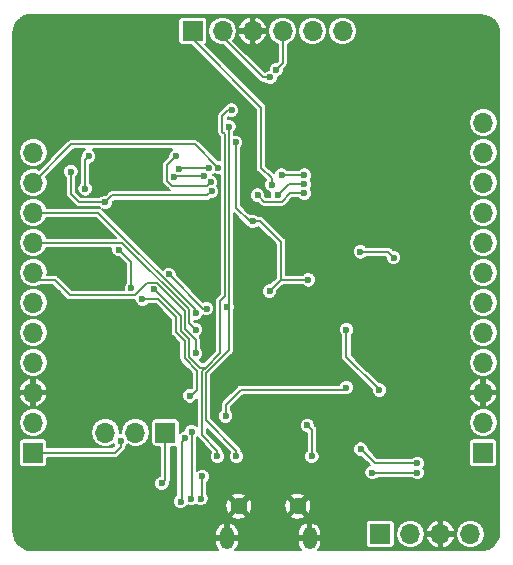
<source format=gbl>
G04 #@! TF.GenerationSoftware,KiCad,Pcbnew,(5.0.0-rc2-dev-321-g78161b592)*
G04 #@! TF.CreationDate,2018-04-10T00:44:43+02:00*
G04 #@! TF.ProjectId,xildebug,78696C64656275672E6B696361645F70,rev?*
G04 #@! TF.SameCoordinates,Original*
G04 #@! TF.FileFunction,Copper,L2,Bot,Signal*
G04 #@! TF.FilePolarity,Positive*
%FSLAX46Y46*%
G04 Gerber Fmt 4.6, Leading zero omitted, Abs format (unit mm)*
G04 Created by KiCad (PCBNEW (5.0.0-rc2-dev-321-g78161b592)) date 04/10/18 00:44:43*
%MOMM*%
%LPD*%
G01*
G04 APERTURE LIST*
%ADD10R,1.700000X1.700000*%
%ADD11O,1.700000X1.700000*%
%ADD12C,1.450000*%
%ADD13O,1.200000X1.900000*%
%ADD14C,0.600000*%
%ADD15C,0.200000*%
%ADD16C,0.165000*%
G04 APERTURE END LIST*
D10*
X211300000Y-89300000D03*
D11*
X208760000Y-89300000D03*
X206220000Y-89300000D03*
D10*
X229500000Y-97900000D03*
D11*
X232040000Y-97900000D03*
X234580000Y-97900000D03*
X237120000Y-97900000D03*
D10*
X213600000Y-55300000D03*
D11*
X216140000Y-55300000D03*
X218680000Y-55300000D03*
X221220000Y-55300000D03*
X223760000Y-55300000D03*
X226300000Y-55300000D03*
D10*
X200100000Y-91000000D03*
D11*
X200100000Y-88460000D03*
X200100000Y-85920000D03*
X200100000Y-83380000D03*
X200100000Y-80840000D03*
X200100000Y-78300000D03*
X200100000Y-75760000D03*
X200100000Y-73220000D03*
X200100000Y-70680000D03*
X200100000Y-68140000D03*
X200100000Y-65600000D03*
D10*
X238200000Y-91000000D03*
D11*
X238200000Y-88460000D03*
X238200000Y-85920000D03*
X238200000Y-83380000D03*
X238200000Y-80840000D03*
X238200000Y-78300000D03*
X238200000Y-75760000D03*
X238200000Y-73220000D03*
X238200000Y-70680000D03*
X238200000Y-68140000D03*
X238200000Y-65600000D03*
X238200000Y-63060000D03*
D12*
X217500000Y-95537500D03*
X222500000Y-95537500D03*
D13*
X216500000Y-98237500D03*
X223500000Y-98237500D03*
D14*
X227800000Y-74000000D03*
X230612509Y-74500000D03*
X229400000Y-85700000D03*
X203300000Y-67200000D03*
X231400000Y-82900000D03*
X206000000Y-65800000D03*
X230700000Y-76300000D03*
X232900000Y-88200000D03*
X216900000Y-60500000D03*
X226900000Y-56700000D03*
X225000000Y-56600000D03*
X211800000Y-70500000D03*
X223100000Y-73700000D03*
X203500000Y-65900000D03*
X214300000Y-63300000D03*
X210000000Y-63300000D03*
X204500000Y-63100000D03*
X209900000Y-68500000D03*
X208500000Y-70600000D03*
X207400000Y-66900000D03*
X207600000Y-80600000D03*
X223067540Y-68265003D03*
X220800000Y-69200000D03*
X212000000Y-67700000D03*
X214544950Y-67602575D03*
X209350000Y-78000000D03*
X213375000Y-86200000D03*
X217250828Y-64717500D03*
X223067540Y-67500000D03*
X221125364Y-67499646D03*
X223067540Y-69030006D03*
X219100000Y-69200000D03*
X214800000Y-78800000D03*
X216500000Y-78700000D03*
X211592401Y-75918119D03*
X210351415Y-77159105D03*
X212424920Y-67000000D03*
X214953362Y-66914679D03*
X206200000Y-69800000D03*
X215221785Y-68864151D03*
X212200000Y-65900000D03*
X215121139Y-68105799D03*
X226625000Y-80600000D03*
X218700000Y-71425000D03*
X202200000Y-77500000D03*
X208400000Y-85000000D03*
X208000000Y-87400000D03*
X211100000Y-84400000D03*
X212864023Y-85038100D03*
X218100000Y-64300000D03*
X215000000Y-79700000D03*
X218800000Y-67800000D03*
X220600000Y-66100000D03*
X226000000Y-69100000D03*
X223800000Y-72300000D03*
X220300000Y-74600000D03*
X228400000Y-80600000D03*
X223300000Y-88700000D03*
X221300000Y-90000000D03*
X229800000Y-90700000D03*
X227850000Y-90700000D03*
X232622500Y-91899997D03*
X211000000Y-93600000D03*
X223400000Y-76375000D03*
X220121404Y-77321404D03*
X223700000Y-91325000D03*
X214400000Y-93000000D03*
X214300000Y-94900000D03*
X212600000Y-95147500D03*
X212962859Y-89762859D03*
X216400000Y-87900000D03*
X226600000Y-85500000D03*
X213500000Y-94900000D03*
X213512859Y-89212859D03*
X216668328Y-63400000D03*
X217300000Y-91325000D03*
X216900000Y-62000000D03*
X215700000Y-91325000D03*
X215500000Y-87100000D03*
X199500000Y-92900000D03*
X199400000Y-98300000D03*
X203300000Y-97100000D03*
X203600000Y-95400000D03*
X226400000Y-88000000D03*
X219297985Y-77298241D03*
X225700000Y-81250000D03*
X220300000Y-68325000D03*
X208400000Y-77100000D03*
X204800000Y-65900000D03*
X204500000Y-68675000D03*
X207354758Y-73802500D03*
X207500000Y-90017500D03*
X228800000Y-92700000D03*
X232622500Y-92700000D03*
X213852500Y-82600000D03*
X213852500Y-80600000D03*
X213852500Y-79200000D03*
X215752500Y-66877510D03*
X220683700Y-58587480D03*
X220156619Y-59235691D03*
D15*
X230612509Y-74500000D02*
X230112509Y-74000000D01*
X230112509Y-74000000D02*
X227800000Y-74000000D01*
X229100001Y-85400001D02*
X229400000Y-85700000D01*
X226625000Y-80600000D02*
X226625000Y-82925000D01*
X226625000Y-82925000D02*
X229100001Y-85400001D01*
D16*
X203300000Y-69100000D02*
X204000000Y-69800000D01*
X203300000Y-67200000D02*
X203300000Y-69100000D01*
X204000000Y-69800000D02*
X205775736Y-69800000D01*
X205775736Y-69800000D02*
X206200000Y-69800000D01*
X212024910Y-69229599D02*
X210300000Y-69229599D01*
X210300000Y-69229599D02*
X206770401Y-69229599D01*
X221734997Y-68265003D02*
X223067540Y-68265003D01*
X220800000Y-69200000D02*
X221734997Y-68265003D01*
X212097425Y-67602575D02*
X212000000Y-67700000D01*
X214544950Y-67602575D02*
X212097425Y-67602575D01*
D15*
X212922489Y-81530143D02*
X212200000Y-80807652D01*
X214000000Y-84098752D02*
X212922489Y-83021241D01*
X213500000Y-86200000D02*
X214000000Y-85700000D01*
X212922489Y-83021241D02*
X212922489Y-81530143D01*
X214000000Y-85700000D02*
X214000000Y-84098752D01*
X213375000Y-86200000D02*
X213500000Y-86200000D01*
X212200000Y-80807652D02*
X212200000Y-79548640D01*
X212200000Y-79548640D02*
X210651360Y-78000000D01*
X210651360Y-78000000D02*
X209350000Y-78000000D01*
X218425000Y-71425000D02*
X217250828Y-70250828D01*
X218700000Y-71425000D02*
X218425000Y-71425000D01*
X217250828Y-70250828D02*
X217250828Y-64717500D01*
D16*
X223067186Y-67499646D02*
X223067540Y-67500000D01*
X221125364Y-67499646D02*
X223067186Y-67499646D01*
X219647501Y-69747501D02*
X221152499Y-69747501D01*
X219100000Y-69200000D02*
X219647501Y-69747501D01*
X221152499Y-69747501D02*
X221869994Y-69030006D01*
X221869994Y-69030006D02*
X223067540Y-69030006D01*
X214474282Y-78800000D02*
X214800000Y-78800000D01*
X211592401Y-75918119D02*
X214474282Y-78800000D01*
X216668328Y-78900000D02*
X216668328Y-82298376D01*
X216668328Y-63400000D02*
X216668328Y-78900000D01*
X216500000Y-78700000D02*
X216668328Y-78868328D01*
X216668328Y-78868328D02*
X216668328Y-78900000D01*
X216300000Y-64100000D02*
X216338318Y-64138318D01*
X216300000Y-64000000D02*
X216300000Y-64100000D01*
X216120827Y-63820827D02*
X216300000Y-64000000D01*
X216120827Y-62479173D02*
X216120827Y-63820827D01*
X216900000Y-62000000D02*
X216600000Y-62000000D01*
X216600000Y-62000000D02*
X216120827Y-62479173D01*
X216338318Y-64138318D02*
X216338318Y-77761682D01*
X216338318Y-77761682D02*
X215900000Y-78200000D01*
X215900000Y-78200000D02*
X215900000Y-82600000D01*
X215900000Y-82600000D02*
X214700000Y-83800000D01*
X213304999Y-81371703D02*
X213304999Y-82862801D01*
X212644979Y-79452669D02*
X212644980Y-80711684D01*
X212644980Y-80711684D02*
X213304999Y-81371703D01*
X210351415Y-77159105D02*
X212644979Y-79452669D01*
X214400001Y-84099999D02*
X214700000Y-83800000D01*
X213304999Y-82862801D02*
X214242198Y-83800000D01*
X214242198Y-83800000D02*
X214700000Y-83800000D01*
D15*
X212510241Y-66914679D02*
X212424920Y-67000000D01*
X214953362Y-66914679D02*
X212510241Y-66914679D01*
D16*
X206770401Y-69229599D02*
X206200000Y-69800000D01*
X214856337Y-69229599D02*
X212024910Y-69229599D01*
X215221785Y-68864151D02*
X214856337Y-69229599D01*
X211452499Y-66647501D02*
X212200000Y-65900000D01*
X211452499Y-67962801D02*
X211452499Y-66647501D01*
X215121139Y-68105799D02*
X214821140Y-68405798D01*
X214821140Y-68405798D02*
X211895496Y-68405798D01*
X211895496Y-68405798D02*
X211452499Y-67962801D01*
D15*
X219325000Y-71425000D02*
X221067808Y-73167808D01*
X218700000Y-71425000D02*
X219325000Y-71425000D01*
X221067808Y-73167808D02*
X221067808Y-76375000D01*
D16*
X216668328Y-82298376D02*
X214730011Y-84236693D01*
X214730011Y-84236693D02*
X214730012Y-88255012D01*
X214730012Y-88255012D02*
X217300000Y-90825000D01*
X217300000Y-90825000D02*
X217300000Y-91325000D01*
X214400001Y-88391705D02*
X214400001Y-84099999D01*
X214400002Y-89524998D02*
X214400001Y-88391705D01*
X214400000Y-89525000D02*
X214400002Y-89524998D01*
X215700000Y-91325000D02*
X215700000Y-90825000D01*
X215700000Y-90825000D02*
X214400000Y-89525000D01*
D15*
X223300000Y-88700000D02*
X223700000Y-89100000D01*
X223700000Y-89100000D02*
X223700000Y-90500000D01*
X232622497Y-91900000D02*
X229050000Y-91900000D01*
X232622500Y-91899997D02*
X232622497Y-91900000D01*
X229050000Y-91900000D02*
X227850000Y-90700000D01*
X211300000Y-89300000D02*
X211300000Y-93300000D01*
X211300000Y-93300000D02*
X211000000Y-93600000D01*
X221067808Y-76375000D02*
X223400000Y-76375000D01*
X220121404Y-77321404D02*
X221067808Y-76375000D01*
X223700000Y-90500000D02*
X223700000Y-91325000D01*
D16*
X214300000Y-94900000D02*
X214400000Y-94800000D01*
X214400000Y-94800000D02*
X214400000Y-93000000D01*
X212662860Y-90062858D02*
X212662860Y-95084640D01*
X212962859Y-89762859D02*
X212662860Y-90062858D01*
X212662860Y-95084640D02*
X212600000Y-95147500D01*
X226400000Y-85700000D02*
X217700000Y-85700000D01*
X226600000Y-85500000D02*
X226400000Y-85700000D01*
X217700000Y-85700000D02*
X216400000Y-87000000D01*
X216400000Y-87000000D02*
X216400000Y-87900000D01*
X213512859Y-94887141D02*
X213500000Y-94900000D01*
X213512859Y-89212859D02*
X213512859Y-94887141D01*
D15*
X220300000Y-67790000D02*
X219400000Y-66890000D01*
X220300000Y-68325000D02*
X220300000Y-67790000D01*
X219400000Y-66890000D02*
X219400000Y-61800000D01*
X219400000Y-61800000D02*
X213600000Y-56000000D01*
X213600000Y-56000000D02*
X213600000Y-55300000D01*
X213600000Y-55900000D02*
X213600000Y-55300000D01*
X208400000Y-76675736D02*
X208400000Y-77100000D01*
X208400000Y-74847742D02*
X208400000Y-76675736D01*
X207354758Y-73802500D02*
X208400000Y-74847742D01*
X204500000Y-66200000D02*
X204800000Y-65900000D01*
X204500000Y-68675000D02*
X204500000Y-66200000D01*
X207500000Y-90500000D02*
X207000000Y-91000000D01*
X207500000Y-90017500D02*
X207500000Y-90500000D01*
X207000000Y-91000000D02*
X200100000Y-91000000D01*
X232622500Y-92700000D02*
X228800000Y-92700000D01*
D16*
X209762102Y-76600000D02*
X208679601Y-77682501D01*
X210566592Y-76600000D02*
X209762102Y-76600000D01*
X201910302Y-76400000D02*
X200740000Y-76400000D01*
X212974989Y-79008397D02*
X210566592Y-76600000D01*
X212974989Y-80574989D02*
X212974989Y-79008397D01*
X213852500Y-82600000D02*
X213852500Y-81452500D01*
X200740000Y-76400000D02*
X200100000Y-75760000D01*
X213852500Y-81452500D02*
X212974989Y-80574989D01*
X208679601Y-77682501D02*
X203192803Y-77682501D01*
X203192803Y-77682501D02*
X201910302Y-76400000D01*
X207653296Y-73220000D02*
X213304999Y-78871703D01*
X200100000Y-73220000D02*
X207653296Y-73220000D01*
X213304999Y-78871703D02*
X213304999Y-80052499D01*
X213304999Y-80052499D02*
X213852500Y-80600000D01*
X213852500Y-78952500D02*
X205580000Y-70680000D01*
X213852500Y-79200000D02*
X213852500Y-78952500D01*
X205580000Y-70680000D02*
X201302081Y-70680000D01*
X201302081Y-70680000D02*
X200100000Y-70680000D01*
X213774990Y-64900000D02*
X203340000Y-64900000D01*
X215752500Y-66877510D02*
X213774990Y-64900000D01*
X203340000Y-64900000D02*
X200100000Y-68140000D01*
X220683700Y-58587480D02*
X221220000Y-58051180D01*
X221220000Y-58051180D02*
X221220000Y-55300000D01*
X219535691Y-59235691D02*
X216140000Y-55840000D01*
X220156619Y-59235691D02*
X219535691Y-59235691D01*
X216140000Y-55840000D02*
X216140000Y-55300000D01*
D15*
G36*
X238440835Y-53992469D02*
X238846228Y-54176790D01*
X239183595Y-54467485D01*
X239425813Y-54841182D01*
X239557623Y-55281922D01*
X239575001Y-55515778D01*
X239575000Y-97669720D01*
X239507531Y-98140835D01*
X239323210Y-98546228D01*
X239032516Y-98883594D01*
X238658818Y-99125813D01*
X238218078Y-99257623D01*
X237984235Y-99275000D01*
X224215317Y-99275000D01*
X224366477Y-99108765D01*
X224500000Y-98737500D01*
X224500000Y-98387500D01*
X223650000Y-98387500D01*
X223650000Y-98407500D01*
X223350000Y-98407500D01*
X223350000Y-98387500D01*
X222500000Y-98387500D01*
X222500000Y-98737500D01*
X222633523Y-99108765D01*
X222784683Y-99275000D01*
X217215317Y-99275000D01*
X217366477Y-99108765D01*
X217500000Y-98737500D01*
X217500000Y-98387500D01*
X216650000Y-98387500D01*
X216650000Y-98407500D01*
X216350000Y-98407500D01*
X216350000Y-98387500D01*
X215500000Y-98387500D01*
X215500000Y-98737500D01*
X215633523Y-99108765D01*
X215784683Y-99275000D01*
X200030280Y-99275000D01*
X199559165Y-99207531D01*
X199153772Y-99023210D01*
X198816406Y-98732516D01*
X198574187Y-98358818D01*
X198442377Y-97918078D01*
X198428959Y-97737500D01*
X215500000Y-97737500D01*
X215500000Y-98087500D01*
X216350000Y-98087500D01*
X216350000Y-97000088D01*
X216650000Y-97000088D01*
X216650000Y-98087500D01*
X217500000Y-98087500D01*
X217500000Y-97737500D01*
X222500000Y-97737500D01*
X222500000Y-98087500D01*
X223350000Y-98087500D01*
X223350000Y-97000088D01*
X223650000Y-97000088D01*
X223650000Y-98087500D01*
X224500000Y-98087500D01*
X224500000Y-97737500D01*
X224366477Y-97366235D01*
X224101041Y-97074328D01*
X224049173Y-97050000D01*
X228293144Y-97050000D01*
X228293144Y-98750000D01*
X228320308Y-98886563D01*
X228397665Y-99002335D01*
X228513437Y-99079692D01*
X228650000Y-99106856D01*
X230350000Y-99106856D01*
X230486563Y-99079692D01*
X230602335Y-99002335D01*
X230679692Y-98886563D01*
X230706856Y-98750000D01*
X230706856Y-97900000D01*
X230816491Y-97900000D01*
X230909625Y-98368217D01*
X231174848Y-98765152D01*
X231571783Y-99030375D01*
X231921812Y-99100000D01*
X232158188Y-99100000D01*
X232508217Y-99030375D01*
X232905152Y-98765152D01*
X233170375Y-98368217D01*
X233195424Y-98242285D01*
X233377763Y-98242285D01*
X233600265Y-98676306D01*
X233971922Y-98992142D01*
X234237717Y-99102223D01*
X234430000Y-99040175D01*
X234430000Y-98050000D01*
X234730000Y-98050000D01*
X234730000Y-99040175D01*
X234922283Y-99102223D01*
X235188078Y-98992142D01*
X235559735Y-98676306D01*
X235782237Y-98242285D01*
X235720981Y-98050000D01*
X234730000Y-98050000D01*
X234430000Y-98050000D01*
X233439019Y-98050000D01*
X233377763Y-98242285D01*
X233195424Y-98242285D01*
X233263509Y-97900000D01*
X235896491Y-97900000D01*
X235989625Y-98368217D01*
X236254848Y-98765152D01*
X236651783Y-99030375D01*
X237001812Y-99100000D01*
X237238188Y-99100000D01*
X237588217Y-99030375D01*
X237985152Y-98765152D01*
X238250375Y-98368217D01*
X238343509Y-97900000D01*
X238250375Y-97431783D01*
X237985152Y-97034848D01*
X237588217Y-96769625D01*
X237238188Y-96700000D01*
X237001812Y-96700000D01*
X236651783Y-96769625D01*
X236254848Y-97034848D01*
X235989625Y-97431783D01*
X235896491Y-97900000D01*
X233263509Y-97900000D01*
X233195425Y-97557715D01*
X233377763Y-97557715D01*
X233439019Y-97750000D01*
X234430000Y-97750000D01*
X234430000Y-96759825D01*
X234730000Y-96759825D01*
X234730000Y-97750000D01*
X235720981Y-97750000D01*
X235782237Y-97557715D01*
X235559735Y-97123694D01*
X235188078Y-96807858D01*
X234922283Y-96697777D01*
X234730000Y-96759825D01*
X234430000Y-96759825D01*
X234237717Y-96697777D01*
X233971922Y-96807858D01*
X233600265Y-97123694D01*
X233377763Y-97557715D01*
X233195425Y-97557715D01*
X233170375Y-97431783D01*
X232905152Y-97034848D01*
X232508217Y-96769625D01*
X232158188Y-96700000D01*
X231921812Y-96700000D01*
X231571783Y-96769625D01*
X231174848Y-97034848D01*
X230909625Y-97431783D01*
X230816491Y-97900000D01*
X230706856Y-97900000D01*
X230706856Y-97050000D01*
X230679692Y-96913437D01*
X230602335Y-96797665D01*
X230486563Y-96720308D01*
X230350000Y-96693144D01*
X228650000Y-96693144D01*
X228513437Y-96720308D01*
X228397665Y-96797665D01*
X228320308Y-96913437D01*
X228293144Y-97050000D01*
X224049173Y-97050000D01*
X223802818Y-96934452D01*
X223650000Y-97000088D01*
X223350000Y-97000088D01*
X223197182Y-96934452D01*
X222898959Y-97074328D01*
X222633523Y-97366235D01*
X222500000Y-97737500D01*
X217500000Y-97737500D01*
X217366477Y-97366235D01*
X217101041Y-97074328D01*
X216802818Y-96934452D01*
X216650000Y-97000088D01*
X216350000Y-97000088D01*
X216197182Y-96934452D01*
X215898959Y-97074328D01*
X215633523Y-97366235D01*
X215500000Y-97737500D01*
X198428959Y-97737500D01*
X198425000Y-97684235D01*
X198425000Y-96376298D01*
X216873334Y-96376298D01*
X216952929Y-96545674D01*
X217380384Y-96678286D01*
X217826049Y-96637224D01*
X218047071Y-96545674D01*
X218126666Y-96376298D01*
X221873334Y-96376298D01*
X221952929Y-96545674D01*
X222380384Y-96678286D01*
X222826049Y-96637224D01*
X223047071Y-96545674D01*
X223126666Y-96376298D01*
X222500000Y-95749632D01*
X221873334Y-96376298D01*
X218126666Y-96376298D01*
X217500000Y-95749632D01*
X216873334Y-96376298D01*
X198425000Y-96376298D01*
X198425000Y-90150000D01*
X198893144Y-90150000D01*
X198893144Y-91850000D01*
X198920308Y-91986563D01*
X198997665Y-92102335D01*
X199113437Y-92179692D01*
X199250000Y-92206856D01*
X200950000Y-92206856D01*
X201086563Y-92179692D01*
X201202335Y-92102335D01*
X201279692Y-91986563D01*
X201306856Y-91850000D01*
X201306856Y-91450000D01*
X206955680Y-91450000D01*
X207000000Y-91458816D01*
X207044320Y-91450000D01*
X207044321Y-91450000D01*
X207175581Y-91423891D01*
X207324432Y-91324432D01*
X207349540Y-91286855D01*
X207786857Y-90849539D01*
X207824432Y-90824432D01*
X207923891Y-90675581D01*
X207950000Y-90544321D01*
X207950000Y-90544320D01*
X207958816Y-90500000D01*
X207955153Y-90481585D01*
X208051043Y-90385695D01*
X208088734Y-90294702D01*
X208291783Y-90430375D01*
X208641812Y-90500000D01*
X208878188Y-90500000D01*
X209228217Y-90430375D01*
X209625152Y-90165152D01*
X209890375Y-89768217D01*
X209983509Y-89300000D01*
X209890375Y-88831783D01*
X209625152Y-88434848D01*
X209228217Y-88169625D01*
X208878188Y-88100000D01*
X208641812Y-88100000D01*
X208291783Y-88169625D01*
X207894848Y-88434848D01*
X207629625Y-88831783D01*
X207536491Y-89300000D01*
X207549918Y-89367500D01*
X207430082Y-89367500D01*
X207443509Y-89300000D01*
X207350375Y-88831783D01*
X207085152Y-88434848D01*
X206688217Y-88169625D01*
X206338188Y-88100000D01*
X206101812Y-88100000D01*
X205751783Y-88169625D01*
X205354848Y-88434848D01*
X205089625Y-88831783D01*
X204996491Y-89300000D01*
X205089625Y-89768217D01*
X205354848Y-90165152D01*
X205751783Y-90430375D01*
X206101812Y-90500000D01*
X206338188Y-90500000D01*
X206688217Y-90430375D01*
X206906931Y-90284235D01*
X206948957Y-90385695D01*
X206963433Y-90400171D01*
X206813605Y-90550000D01*
X201306856Y-90550000D01*
X201306856Y-90150000D01*
X201279692Y-90013437D01*
X201202335Y-89897665D01*
X201086563Y-89820308D01*
X200950000Y-89793144D01*
X199250000Y-89793144D01*
X199113437Y-89820308D01*
X198997665Y-89897665D01*
X198920308Y-90013437D01*
X198893144Y-90150000D01*
X198425000Y-90150000D01*
X198425000Y-88460000D01*
X198876491Y-88460000D01*
X198969625Y-88928217D01*
X199234848Y-89325152D01*
X199631783Y-89590375D01*
X199981812Y-89660000D01*
X200218188Y-89660000D01*
X200568217Y-89590375D01*
X200965152Y-89325152D01*
X201230375Y-88928217D01*
X201323509Y-88460000D01*
X201230375Y-87991783D01*
X200965152Y-87594848D01*
X200568217Y-87329625D01*
X200218188Y-87260000D01*
X199981812Y-87260000D01*
X199631783Y-87329625D01*
X199234848Y-87594848D01*
X198969625Y-87991783D01*
X198876491Y-88460000D01*
X198425000Y-88460000D01*
X198425000Y-86262283D01*
X198897777Y-86262283D01*
X199007858Y-86528078D01*
X199323694Y-86899735D01*
X199757715Y-87122237D01*
X199950000Y-87060981D01*
X199950000Y-86070000D01*
X200250000Y-86070000D01*
X200250000Y-87060981D01*
X200442285Y-87122237D01*
X200876306Y-86899735D01*
X201192142Y-86528078D01*
X201302223Y-86262283D01*
X201240175Y-86070000D01*
X200250000Y-86070000D01*
X199950000Y-86070000D01*
X198959825Y-86070000D01*
X198897777Y-86262283D01*
X198425000Y-86262283D01*
X198425000Y-85577717D01*
X198897777Y-85577717D01*
X198959825Y-85770000D01*
X199950000Y-85770000D01*
X199950000Y-84779019D01*
X200250000Y-84779019D01*
X200250000Y-85770000D01*
X201240175Y-85770000D01*
X201302223Y-85577717D01*
X201192142Y-85311922D01*
X200876306Y-84940265D01*
X200442285Y-84717763D01*
X200250000Y-84779019D01*
X199950000Y-84779019D01*
X199757715Y-84717763D01*
X199323694Y-84940265D01*
X199007858Y-85311922D01*
X198897777Y-85577717D01*
X198425000Y-85577717D01*
X198425000Y-83380000D01*
X198876491Y-83380000D01*
X198969625Y-83848217D01*
X199234848Y-84245152D01*
X199631783Y-84510375D01*
X199981812Y-84580000D01*
X200218188Y-84580000D01*
X200568217Y-84510375D01*
X200965152Y-84245152D01*
X201230375Y-83848217D01*
X201323509Y-83380000D01*
X201230375Y-82911783D01*
X200965152Y-82514848D01*
X200568217Y-82249625D01*
X200218188Y-82180000D01*
X199981812Y-82180000D01*
X199631783Y-82249625D01*
X199234848Y-82514848D01*
X198969625Y-82911783D01*
X198876491Y-83380000D01*
X198425000Y-83380000D01*
X198425000Y-80840000D01*
X198876491Y-80840000D01*
X198969625Y-81308217D01*
X199234848Y-81705152D01*
X199631783Y-81970375D01*
X199981812Y-82040000D01*
X200218188Y-82040000D01*
X200568217Y-81970375D01*
X200965152Y-81705152D01*
X201230375Y-81308217D01*
X201323509Y-80840000D01*
X201230375Y-80371783D01*
X200965152Y-79974848D01*
X200568217Y-79709625D01*
X200218188Y-79640000D01*
X199981812Y-79640000D01*
X199631783Y-79709625D01*
X199234848Y-79974848D01*
X198969625Y-80371783D01*
X198876491Y-80840000D01*
X198425000Y-80840000D01*
X198425000Y-78300000D01*
X198876491Y-78300000D01*
X198969625Y-78768217D01*
X199234848Y-79165152D01*
X199631783Y-79430375D01*
X199981812Y-79500000D01*
X200218188Y-79500000D01*
X200568217Y-79430375D01*
X200965152Y-79165152D01*
X201230375Y-78768217D01*
X201323509Y-78300000D01*
X201230375Y-77831783D01*
X200965152Y-77434848D01*
X200568217Y-77169625D01*
X200218188Y-77100000D01*
X199981812Y-77100000D01*
X199631783Y-77169625D01*
X199234848Y-77434848D01*
X198969625Y-77831783D01*
X198876491Y-78300000D01*
X198425000Y-78300000D01*
X198425000Y-68140000D01*
X198876491Y-68140000D01*
X198969625Y-68608217D01*
X199234848Y-69005152D01*
X199631783Y-69270375D01*
X199981812Y-69340000D01*
X200218188Y-69340000D01*
X200568217Y-69270375D01*
X200965152Y-69005152D01*
X201230375Y-68608217D01*
X201323509Y-68140000D01*
X201230375Y-67671783D01*
X201210143Y-67641504D01*
X203519148Y-65332500D01*
X204471535Y-65332500D01*
X204431805Y-65348957D01*
X204248957Y-65531805D01*
X204150000Y-65770707D01*
X204150000Y-65913835D01*
X204076110Y-66024419D01*
X204041184Y-66200000D01*
X204050001Y-66244325D01*
X204050000Y-68205762D01*
X203948957Y-68306805D01*
X203850000Y-68545707D01*
X203850000Y-68804293D01*
X203948957Y-69043195D01*
X204131805Y-69226043D01*
X204370707Y-69325000D01*
X204629293Y-69325000D01*
X204868195Y-69226043D01*
X205051043Y-69043195D01*
X205150000Y-68804293D01*
X205150000Y-68545707D01*
X205051043Y-68306805D01*
X204950000Y-68205762D01*
X204950000Y-66541423D01*
X205168195Y-66451043D01*
X205351043Y-66268195D01*
X205450000Y-66029293D01*
X205450000Y-65770707D01*
X205351043Y-65531805D01*
X205168195Y-65348957D01*
X205128465Y-65332500D01*
X211871535Y-65332500D01*
X211831805Y-65348957D01*
X211648957Y-65531805D01*
X211550000Y-65770707D01*
X211550000Y-65938352D01*
X211176795Y-66311558D01*
X211140685Y-66335686D01*
X211116557Y-66371796D01*
X211116555Y-66371798D01*
X211045094Y-66478748D01*
X211011526Y-66647501D01*
X211020000Y-66690101D01*
X211019999Y-67920205D01*
X211011526Y-67962801D01*
X211019999Y-68005396D01*
X211019999Y-68005397D01*
X211045093Y-68131553D01*
X211140684Y-68274616D01*
X211176796Y-68298746D01*
X211559553Y-68681503D01*
X211583681Y-68717613D01*
X211619791Y-68741741D01*
X211619792Y-68741742D01*
X211640830Y-68755799D01*
X211702640Y-68797099D01*
X206812998Y-68797099D01*
X206770401Y-68788626D01*
X206601647Y-68822193D01*
X206538853Y-68864151D01*
X206458586Y-68917784D01*
X206434457Y-68953896D01*
X206238353Y-69150000D01*
X206070707Y-69150000D01*
X205831805Y-69248957D01*
X205713262Y-69367500D01*
X204179147Y-69367500D01*
X203732500Y-68920853D01*
X203732500Y-67686738D01*
X203851043Y-67568195D01*
X203950000Y-67329293D01*
X203950000Y-67070707D01*
X203851043Y-66831805D01*
X203668195Y-66648957D01*
X203429293Y-66550000D01*
X203170707Y-66550000D01*
X202931805Y-66648957D01*
X202748957Y-66831805D01*
X202650000Y-67070707D01*
X202650000Y-67329293D01*
X202748957Y-67568195D01*
X202867500Y-67686738D01*
X202867501Y-69057400D01*
X202859027Y-69100000D01*
X202892595Y-69268753D01*
X202964056Y-69375703D01*
X202964058Y-69375705D01*
X202988186Y-69411815D01*
X203024296Y-69435943D01*
X203664055Y-70075702D01*
X203688185Y-70111815D01*
X203831247Y-70207406D01*
X203957403Y-70232500D01*
X203957407Y-70232500D01*
X203999999Y-70240972D01*
X204042591Y-70232500D01*
X205713262Y-70232500D01*
X205762625Y-70281863D01*
X205748753Y-70272594D01*
X205622597Y-70247500D01*
X205622595Y-70247500D01*
X205580000Y-70239027D01*
X205537405Y-70247500D01*
X201237480Y-70247500D01*
X201230375Y-70211783D01*
X200965152Y-69814848D01*
X200568217Y-69549625D01*
X200218188Y-69480000D01*
X199981812Y-69480000D01*
X199631783Y-69549625D01*
X199234848Y-69814848D01*
X198969625Y-70211783D01*
X198876491Y-70680000D01*
X198969625Y-71148217D01*
X199234848Y-71545152D01*
X199631783Y-71810375D01*
X199981812Y-71880000D01*
X200218188Y-71880000D01*
X200568217Y-71810375D01*
X200965152Y-71545152D01*
X201230375Y-71148217D01*
X201237480Y-71112500D01*
X205400853Y-71112500D01*
X207075853Y-72787500D01*
X201237480Y-72787500D01*
X201230375Y-72751783D01*
X200965152Y-72354848D01*
X200568217Y-72089625D01*
X200218188Y-72020000D01*
X199981812Y-72020000D01*
X199631783Y-72089625D01*
X199234848Y-72354848D01*
X198969625Y-72751783D01*
X198876491Y-73220000D01*
X198969625Y-73688217D01*
X199234848Y-74085152D01*
X199631783Y-74350375D01*
X199981812Y-74420000D01*
X200218188Y-74420000D01*
X200568217Y-74350375D01*
X200965152Y-74085152D01*
X201230375Y-73688217D01*
X201237480Y-73652500D01*
X206713335Y-73652500D01*
X206704758Y-73673207D01*
X206704758Y-73931793D01*
X206803715Y-74170695D01*
X206986563Y-74353543D01*
X207225465Y-74452500D01*
X207368363Y-74452500D01*
X207950000Y-75034138D01*
X207950001Y-76630761D01*
X207848957Y-76731805D01*
X207750000Y-76970707D01*
X207750000Y-77229293D01*
X207758578Y-77250001D01*
X203371951Y-77250001D01*
X202246246Y-76124297D01*
X202222117Y-76088185D01*
X202079055Y-75992594D01*
X201952899Y-75967500D01*
X201952897Y-75967500D01*
X201910302Y-75959027D01*
X201867707Y-75967500D01*
X201282235Y-75967500D01*
X201323509Y-75760000D01*
X201230375Y-75291783D01*
X200965152Y-74894848D01*
X200568217Y-74629625D01*
X200218188Y-74560000D01*
X199981812Y-74560000D01*
X199631783Y-74629625D01*
X199234848Y-74894848D01*
X198969625Y-75291783D01*
X198876491Y-75760000D01*
X198969625Y-76228217D01*
X199234848Y-76625152D01*
X199631783Y-76890375D01*
X199981812Y-76960000D01*
X200218188Y-76960000D01*
X200568217Y-76890375D01*
X200664599Y-76825975D01*
X200740000Y-76840973D01*
X200782597Y-76832500D01*
X201731155Y-76832500D01*
X202856860Y-77958206D01*
X202880988Y-77994316D01*
X202917098Y-78018444D01*
X202917099Y-78018445D01*
X202964325Y-78050000D01*
X203024050Y-78089907D01*
X203150206Y-78115001D01*
X203150210Y-78115001D01*
X203192802Y-78123473D01*
X203235394Y-78115001D01*
X208637006Y-78115001D01*
X208679601Y-78123474D01*
X208700000Y-78119416D01*
X208700000Y-78129293D01*
X208798957Y-78368195D01*
X208981805Y-78551043D01*
X209220707Y-78650000D01*
X209479293Y-78650000D01*
X209718195Y-78551043D01*
X209819238Y-78450000D01*
X210464965Y-78450000D01*
X211750001Y-79735037D01*
X211750000Y-80763331D01*
X211741184Y-80807652D01*
X211750000Y-80851972D01*
X211776109Y-80983232D01*
X211875568Y-81132084D01*
X211913145Y-81157192D01*
X212472490Y-81716539D01*
X212472489Y-82976921D01*
X212463673Y-83021241D01*
X212472489Y-83065561D01*
X212498598Y-83196821D01*
X212598057Y-83345673D01*
X212635634Y-83370781D01*
X213550001Y-84285149D01*
X213550000Y-85513604D01*
X213510877Y-85552727D01*
X213504293Y-85550000D01*
X213245707Y-85550000D01*
X213006805Y-85648957D01*
X212823957Y-85831805D01*
X212725000Y-86070707D01*
X212725000Y-86329293D01*
X212823957Y-86568195D01*
X213006805Y-86751043D01*
X213245707Y-86850000D01*
X213504293Y-86850000D01*
X213743195Y-86751043D01*
X213926043Y-86568195D01*
X213967501Y-86468106D01*
X213967501Y-88349109D01*
X213967502Y-88748264D01*
X213881054Y-88661816D01*
X213642152Y-88562859D01*
X213383566Y-88562859D01*
X213144664Y-88661816D01*
X212961816Y-88844664D01*
X212862859Y-89083566D01*
X212862859Y-89112859D01*
X212833566Y-89112859D01*
X212594664Y-89211816D01*
X212506856Y-89299624D01*
X212506856Y-88450000D01*
X212479692Y-88313437D01*
X212402335Y-88197665D01*
X212286563Y-88120308D01*
X212150000Y-88093144D01*
X210450000Y-88093144D01*
X210313437Y-88120308D01*
X210197665Y-88197665D01*
X210120308Y-88313437D01*
X210093144Y-88450000D01*
X210093144Y-90150000D01*
X210120308Y-90286563D01*
X210197665Y-90402335D01*
X210313437Y-90479692D01*
X210450000Y-90506856D01*
X210850000Y-90506856D01*
X210850001Y-92958577D01*
X210631805Y-93048957D01*
X210448957Y-93231805D01*
X210350000Y-93470707D01*
X210350000Y-93729293D01*
X210448957Y-93968195D01*
X210631805Y-94151043D01*
X210870707Y-94250000D01*
X211129293Y-94250000D01*
X211368195Y-94151043D01*
X211551043Y-93968195D01*
X211650000Y-93729293D01*
X211650000Y-93586167D01*
X211723891Y-93475581D01*
X211750000Y-93344321D01*
X211758816Y-93300001D01*
X211750000Y-93255681D01*
X211750000Y-90506856D01*
X212150000Y-90506856D01*
X212230360Y-90490871D01*
X212230361Y-94597901D01*
X212048957Y-94779305D01*
X211950000Y-95018207D01*
X211950000Y-95276793D01*
X212048957Y-95515695D01*
X212231805Y-95698543D01*
X212470707Y-95797500D01*
X212729293Y-95797500D01*
X212968195Y-95698543D01*
X213151043Y-95515695D01*
X213171084Y-95467313D01*
X213370707Y-95550000D01*
X213629293Y-95550000D01*
X213868195Y-95451043D01*
X213900000Y-95419238D01*
X213931805Y-95451043D01*
X214170707Y-95550000D01*
X214429293Y-95550000D01*
X214668195Y-95451043D01*
X214701354Y-95417884D01*
X216359214Y-95417884D01*
X216400276Y-95863549D01*
X216491826Y-96084571D01*
X216661202Y-96164166D01*
X217287868Y-95537500D01*
X217712132Y-95537500D01*
X218338798Y-96164166D01*
X218508174Y-96084571D01*
X218640786Y-95657116D01*
X218618745Y-95417884D01*
X221359214Y-95417884D01*
X221400276Y-95863549D01*
X221491826Y-96084571D01*
X221661202Y-96164166D01*
X222287868Y-95537500D01*
X222712132Y-95537500D01*
X223338798Y-96164166D01*
X223508174Y-96084571D01*
X223640786Y-95657116D01*
X223599724Y-95211451D01*
X223508174Y-94990429D01*
X223338798Y-94910834D01*
X222712132Y-95537500D01*
X222287868Y-95537500D01*
X221661202Y-94910834D01*
X221491826Y-94990429D01*
X221359214Y-95417884D01*
X218618745Y-95417884D01*
X218599724Y-95211451D01*
X218508174Y-94990429D01*
X218338798Y-94910834D01*
X217712132Y-95537500D01*
X217287868Y-95537500D01*
X216661202Y-94910834D01*
X216491826Y-94990429D01*
X216359214Y-95417884D01*
X214701354Y-95417884D01*
X214851043Y-95268195D01*
X214950000Y-95029293D01*
X214950000Y-94770707D01*
X214920175Y-94698702D01*
X216873334Y-94698702D01*
X217500000Y-95325368D01*
X218126666Y-94698702D01*
X221873334Y-94698702D01*
X222500000Y-95325368D01*
X223126666Y-94698702D01*
X223047071Y-94529326D01*
X222619616Y-94396714D01*
X222173951Y-94437776D01*
X221952929Y-94529326D01*
X221873334Y-94698702D01*
X218126666Y-94698702D01*
X218047071Y-94529326D01*
X217619616Y-94396714D01*
X217173951Y-94437776D01*
X216952929Y-94529326D01*
X216873334Y-94698702D01*
X214920175Y-94698702D01*
X214851043Y-94531805D01*
X214832500Y-94513262D01*
X214832500Y-93486738D01*
X214951043Y-93368195D01*
X215050000Y-93129293D01*
X215050000Y-92870707D01*
X214951043Y-92631805D01*
X214768195Y-92448957D01*
X214529293Y-92350000D01*
X214270707Y-92350000D01*
X214031805Y-92448957D01*
X213945359Y-92535403D01*
X213945359Y-89699597D01*
X213985727Y-89659229D01*
X213992595Y-89693753D01*
X214064056Y-89800703D01*
X214064060Y-89800707D01*
X214088186Y-89836814D01*
X214124293Y-89860940D01*
X215184558Y-90921205D01*
X215148957Y-90956805D01*
X215050000Y-91195707D01*
X215050000Y-91454293D01*
X215148957Y-91693195D01*
X215331805Y-91876043D01*
X215570707Y-91975000D01*
X215829293Y-91975000D01*
X216068195Y-91876043D01*
X216251043Y-91693195D01*
X216350000Y-91454293D01*
X216350000Y-91195707D01*
X216251043Y-90956805D01*
X216137367Y-90843129D01*
X216140973Y-90825000D01*
X216107406Y-90656247D01*
X216035944Y-90549297D01*
X216011815Y-90513185D01*
X215975702Y-90489055D01*
X214832502Y-89345855D01*
X214832501Y-88969148D01*
X216784558Y-90921205D01*
X216748957Y-90956805D01*
X216650000Y-91195707D01*
X216650000Y-91454293D01*
X216748957Y-91693195D01*
X216931805Y-91876043D01*
X217170707Y-91975000D01*
X217429293Y-91975000D01*
X217668195Y-91876043D01*
X217851043Y-91693195D01*
X217950000Y-91454293D01*
X217950000Y-91195707D01*
X217851043Y-90956805D01*
X217737367Y-90843129D01*
X217740973Y-90825000D01*
X217707406Y-90656246D01*
X217635944Y-90549297D01*
X217611815Y-90513185D01*
X217575703Y-90489056D01*
X215657354Y-88570707D01*
X222650000Y-88570707D01*
X222650000Y-88829293D01*
X222748957Y-89068195D01*
X222931805Y-89251043D01*
X223170707Y-89350000D01*
X223250000Y-89350000D01*
X223250001Y-90455675D01*
X223250000Y-90455680D01*
X223250000Y-90855762D01*
X223148957Y-90956805D01*
X223050000Y-91195707D01*
X223050000Y-91454293D01*
X223148957Y-91693195D01*
X223331805Y-91876043D01*
X223570707Y-91975000D01*
X223829293Y-91975000D01*
X224068195Y-91876043D01*
X224251043Y-91693195D01*
X224350000Y-91454293D01*
X224350000Y-91195707D01*
X224251043Y-90956805D01*
X224150000Y-90855762D01*
X224150000Y-90570707D01*
X227200000Y-90570707D01*
X227200000Y-90829293D01*
X227298957Y-91068195D01*
X227481805Y-91251043D01*
X227720707Y-91350000D01*
X227863605Y-91350000D01*
X228594974Y-92081370D01*
X228431805Y-92148957D01*
X228248957Y-92331805D01*
X228150000Y-92570707D01*
X228150000Y-92829293D01*
X228248957Y-93068195D01*
X228431805Y-93251043D01*
X228670707Y-93350000D01*
X228929293Y-93350000D01*
X229168195Y-93251043D01*
X229269238Y-93150000D01*
X232153262Y-93150000D01*
X232254305Y-93251043D01*
X232493207Y-93350000D01*
X232751793Y-93350000D01*
X232990695Y-93251043D01*
X233173543Y-93068195D01*
X233272500Y-92829293D01*
X233272500Y-92570707D01*
X233173543Y-92331805D01*
X233141737Y-92299999D01*
X233173543Y-92268192D01*
X233272500Y-92029290D01*
X233272500Y-91770704D01*
X233173543Y-91531802D01*
X232990695Y-91348954D01*
X232751793Y-91249997D01*
X232493207Y-91249997D01*
X232254305Y-91348954D01*
X232153259Y-91450000D01*
X229236396Y-91450000D01*
X228500000Y-90713605D01*
X228500000Y-90570707D01*
X228401043Y-90331805D01*
X228219238Y-90150000D01*
X236993144Y-90150000D01*
X236993144Y-91850000D01*
X237020308Y-91986563D01*
X237097665Y-92102335D01*
X237213437Y-92179692D01*
X237350000Y-92206856D01*
X239050000Y-92206856D01*
X239186563Y-92179692D01*
X239302335Y-92102335D01*
X239379692Y-91986563D01*
X239406856Y-91850000D01*
X239406856Y-90150000D01*
X239379692Y-90013437D01*
X239302335Y-89897665D01*
X239186563Y-89820308D01*
X239050000Y-89793144D01*
X237350000Y-89793144D01*
X237213437Y-89820308D01*
X237097665Y-89897665D01*
X237020308Y-90013437D01*
X236993144Y-90150000D01*
X228219238Y-90150000D01*
X228218195Y-90148957D01*
X227979293Y-90050000D01*
X227720707Y-90050000D01*
X227481805Y-90148957D01*
X227298957Y-90331805D01*
X227200000Y-90570707D01*
X224150000Y-90570707D01*
X224150000Y-89144316D01*
X224158815Y-89099999D01*
X224150000Y-89055683D01*
X224150000Y-89055679D01*
X224123891Y-88924419D01*
X224024432Y-88775568D01*
X223986858Y-88750462D01*
X223950000Y-88713604D01*
X223950000Y-88570707D01*
X223904144Y-88460000D01*
X236976491Y-88460000D01*
X237069625Y-88928217D01*
X237334848Y-89325152D01*
X237731783Y-89590375D01*
X238081812Y-89660000D01*
X238318188Y-89660000D01*
X238668217Y-89590375D01*
X239065152Y-89325152D01*
X239330375Y-88928217D01*
X239423509Y-88460000D01*
X239330375Y-87991783D01*
X239065152Y-87594848D01*
X238668217Y-87329625D01*
X238318188Y-87260000D01*
X238081812Y-87260000D01*
X237731783Y-87329625D01*
X237334848Y-87594848D01*
X237069625Y-87991783D01*
X236976491Y-88460000D01*
X223904144Y-88460000D01*
X223851043Y-88331805D01*
X223668195Y-88148957D01*
X223429293Y-88050000D01*
X223170707Y-88050000D01*
X222931805Y-88148957D01*
X222748957Y-88331805D01*
X222650000Y-88570707D01*
X215657354Y-88570707D01*
X215162512Y-88075865D01*
X215162512Y-87770707D01*
X215750000Y-87770707D01*
X215750000Y-88029293D01*
X215848957Y-88268195D01*
X216031805Y-88451043D01*
X216270707Y-88550000D01*
X216529293Y-88550000D01*
X216768195Y-88451043D01*
X216951043Y-88268195D01*
X217050000Y-88029293D01*
X217050000Y-87770707D01*
X216951043Y-87531805D01*
X216832500Y-87413262D01*
X216832500Y-87179147D01*
X217879147Y-86132500D01*
X226357405Y-86132500D01*
X226400000Y-86140973D01*
X226433045Y-86134400D01*
X226470707Y-86150000D01*
X226729293Y-86150000D01*
X226968195Y-86051043D01*
X227151043Y-85868195D01*
X227250000Y-85629293D01*
X227250000Y-85370707D01*
X227151043Y-85131805D01*
X226968195Y-84948957D01*
X226729293Y-84850000D01*
X226470707Y-84850000D01*
X226231805Y-84948957D01*
X226048957Y-85131805D01*
X225992750Y-85267500D01*
X217742597Y-85267500D01*
X217700000Y-85259027D01*
X217657403Y-85267500D01*
X217531247Y-85292594D01*
X217388185Y-85388185D01*
X217364056Y-85424297D01*
X216124298Y-86664055D01*
X216088185Y-86688185D01*
X215992594Y-86831248D01*
X215967500Y-86957403D01*
X215959027Y-87000000D01*
X215967500Y-87042596D01*
X215967500Y-87413262D01*
X215848957Y-87531805D01*
X215750000Y-87770707D01*
X215162512Y-87770707D01*
X215162510Y-84415841D01*
X216944033Y-82634319D01*
X216980143Y-82610191D01*
X217012060Y-82562425D01*
X217075733Y-82467130D01*
X217075734Y-82467129D01*
X217100828Y-82340973D01*
X217100828Y-82340969D01*
X217109300Y-82298377D01*
X217100828Y-82255785D01*
X217100828Y-80470707D01*
X225975000Y-80470707D01*
X225975000Y-80729293D01*
X226073957Y-80968195D01*
X226175000Y-81069238D01*
X226175001Y-82880675D01*
X226166184Y-82925000D01*
X226189253Y-83040973D01*
X226201110Y-83100581D01*
X226300569Y-83249432D01*
X226338143Y-83274538D01*
X228750000Y-85686396D01*
X228750000Y-85829293D01*
X228848957Y-86068195D01*
X229031805Y-86251043D01*
X229270707Y-86350000D01*
X229529293Y-86350000D01*
X229741059Y-86262283D01*
X236997777Y-86262283D01*
X237107858Y-86528078D01*
X237423694Y-86899735D01*
X237857715Y-87122237D01*
X238050000Y-87060981D01*
X238050000Y-86070000D01*
X238350000Y-86070000D01*
X238350000Y-87060981D01*
X238542285Y-87122237D01*
X238976306Y-86899735D01*
X239292142Y-86528078D01*
X239402223Y-86262283D01*
X239340175Y-86070000D01*
X238350000Y-86070000D01*
X238050000Y-86070000D01*
X237059825Y-86070000D01*
X236997777Y-86262283D01*
X229741059Y-86262283D01*
X229768195Y-86251043D01*
X229951043Y-86068195D01*
X230050000Y-85829293D01*
X230050000Y-85577717D01*
X236997777Y-85577717D01*
X237059825Y-85770000D01*
X238050000Y-85770000D01*
X238050000Y-84779019D01*
X238350000Y-84779019D01*
X238350000Y-85770000D01*
X239340175Y-85770000D01*
X239402223Y-85577717D01*
X239292142Y-85311922D01*
X238976306Y-84940265D01*
X238542285Y-84717763D01*
X238350000Y-84779019D01*
X238050000Y-84779019D01*
X237857715Y-84717763D01*
X237423694Y-84940265D01*
X237107858Y-85311922D01*
X236997777Y-85577717D01*
X230050000Y-85577717D01*
X230050000Y-85570707D01*
X229951043Y-85331805D01*
X229768195Y-85148957D01*
X229529293Y-85050000D01*
X229386396Y-85050000D01*
X227716396Y-83380000D01*
X236976491Y-83380000D01*
X237069625Y-83848217D01*
X237334848Y-84245152D01*
X237731783Y-84510375D01*
X238081812Y-84580000D01*
X238318188Y-84580000D01*
X238668217Y-84510375D01*
X239065152Y-84245152D01*
X239330375Y-83848217D01*
X239423509Y-83380000D01*
X239330375Y-82911783D01*
X239065152Y-82514848D01*
X238668217Y-82249625D01*
X238318188Y-82180000D01*
X238081812Y-82180000D01*
X237731783Y-82249625D01*
X237334848Y-82514848D01*
X237069625Y-82911783D01*
X236976491Y-83380000D01*
X227716396Y-83380000D01*
X227075000Y-82738605D01*
X227075000Y-81069238D01*
X227176043Y-80968195D01*
X227229143Y-80840000D01*
X236976491Y-80840000D01*
X237069625Y-81308217D01*
X237334848Y-81705152D01*
X237731783Y-81970375D01*
X238081812Y-82040000D01*
X238318188Y-82040000D01*
X238668217Y-81970375D01*
X239065152Y-81705152D01*
X239330375Y-81308217D01*
X239423509Y-80840000D01*
X239330375Y-80371783D01*
X239065152Y-79974848D01*
X238668217Y-79709625D01*
X238318188Y-79640000D01*
X238081812Y-79640000D01*
X237731783Y-79709625D01*
X237334848Y-79974848D01*
X237069625Y-80371783D01*
X236976491Y-80840000D01*
X227229143Y-80840000D01*
X227275000Y-80729293D01*
X227275000Y-80470707D01*
X227176043Y-80231805D01*
X226993195Y-80048957D01*
X226754293Y-79950000D01*
X226495707Y-79950000D01*
X226256805Y-80048957D01*
X226073957Y-80231805D01*
X225975000Y-80470707D01*
X217100828Y-80470707D01*
X217100828Y-78948004D01*
X217150000Y-78829293D01*
X217150000Y-78570707D01*
X217100828Y-78451996D01*
X217100828Y-78300000D01*
X236976491Y-78300000D01*
X237069625Y-78768217D01*
X237334848Y-79165152D01*
X237731783Y-79430375D01*
X238081812Y-79500000D01*
X238318188Y-79500000D01*
X238668217Y-79430375D01*
X239065152Y-79165152D01*
X239330375Y-78768217D01*
X239423509Y-78300000D01*
X239330375Y-77831783D01*
X239065152Y-77434848D01*
X238668217Y-77169625D01*
X238318188Y-77100000D01*
X238081812Y-77100000D01*
X237731783Y-77169625D01*
X237334848Y-77434848D01*
X237069625Y-77831783D01*
X236976491Y-78300000D01*
X217100828Y-78300000D01*
X217100828Y-70737223D01*
X218075462Y-71711857D01*
X218100568Y-71749432D01*
X218142410Y-71777390D01*
X218148957Y-71793195D01*
X218331805Y-71976043D01*
X218570707Y-72075000D01*
X218829293Y-72075000D01*
X219068195Y-71976043D01*
X219153921Y-71890317D01*
X220617808Y-73354204D01*
X220617809Y-76188603D01*
X220135009Y-76671404D01*
X219992111Y-76671404D01*
X219753209Y-76770361D01*
X219570361Y-76953209D01*
X219471404Y-77192111D01*
X219471404Y-77450697D01*
X219570361Y-77689599D01*
X219753209Y-77872447D01*
X219992111Y-77971404D01*
X220250697Y-77971404D01*
X220489599Y-77872447D01*
X220672447Y-77689599D01*
X220771404Y-77450697D01*
X220771404Y-77307799D01*
X221254204Y-76825000D01*
X222930762Y-76825000D01*
X223031805Y-76926043D01*
X223270707Y-77025000D01*
X223529293Y-77025000D01*
X223768195Y-76926043D01*
X223951043Y-76743195D01*
X224050000Y-76504293D01*
X224050000Y-76245707D01*
X223951043Y-76006805D01*
X223768195Y-75823957D01*
X223613791Y-75760000D01*
X236976491Y-75760000D01*
X237069625Y-76228217D01*
X237334848Y-76625152D01*
X237731783Y-76890375D01*
X238081812Y-76960000D01*
X238318188Y-76960000D01*
X238668217Y-76890375D01*
X239065152Y-76625152D01*
X239330375Y-76228217D01*
X239423509Y-75760000D01*
X239330375Y-75291783D01*
X239065152Y-74894848D01*
X238668217Y-74629625D01*
X238318188Y-74560000D01*
X238081812Y-74560000D01*
X237731783Y-74629625D01*
X237334848Y-74894848D01*
X237069625Y-75291783D01*
X236976491Y-75760000D01*
X223613791Y-75760000D01*
X223529293Y-75725000D01*
X223270707Y-75725000D01*
X223031805Y-75823957D01*
X222930762Y-75925000D01*
X221517808Y-75925000D01*
X221517808Y-73870707D01*
X227150000Y-73870707D01*
X227150000Y-74129293D01*
X227248957Y-74368195D01*
X227431805Y-74551043D01*
X227670707Y-74650000D01*
X227929293Y-74650000D01*
X228168195Y-74551043D01*
X228269238Y-74450000D01*
X229926114Y-74450000D01*
X229962509Y-74486395D01*
X229962509Y-74629293D01*
X230061466Y-74868195D01*
X230244314Y-75051043D01*
X230483216Y-75150000D01*
X230741802Y-75150000D01*
X230980704Y-75051043D01*
X231163552Y-74868195D01*
X231262509Y-74629293D01*
X231262509Y-74370707D01*
X231163552Y-74131805D01*
X230980704Y-73948957D01*
X230741802Y-73850000D01*
X230598904Y-73850000D01*
X230462049Y-73713145D01*
X230436941Y-73675568D01*
X230288090Y-73576109D01*
X230156830Y-73550000D01*
X230156829Y-73550000D01*
X230112509Y-73541184D01*
X230068189Y-73550000D01*
X228269238Y-73550000D01*
X228168195Y-73448957D01*
X227929293Y-73350000D01*
X227670707Y-73350000D01*
X227431805Y-73448957D01*
X227248957Y-73631805D01*
X227150000Y-73870707D01*
X221517808Y-73870707D01*
X221517808Y-73220000D01*
X236976491Y-73220000D01*
X237069625Y-73688217D01*
X237334848Y-74085152D01*
X237731783Y-74350375D01*
X238081812Y-74420000D01*
X238318188Y-74420000D01*
X238668217Y-74350375D01*
X239065152Y-74085152D01*
X239330375Y-73688217D01*
X239423509Y-73220000D01*
X239330375Y-72751783D01*
X239065152Y-72354848D01*
X238668217Y-72089625D01*
X238318188Y-72020000D01*
X238081812Y-72020000D01*
X237731783Y-72089625D01*
X237334848Y-72354848D01*
X237069625Y-72751783D01*
X236976491Y-73220000D01*
X221517808Y-73220000D01*
X221517808Y-73212128D01*
X221526624Y-73167808D01*
X221517808Y-73123487D01*
X221491699Y-72992227D01*
X221392240Y-72843376D01*
X221354666Y-72818270D01*
X219674540Y-71138145D01*
X219649432Y-71100568D01*
X219500581Y-71001109D01*
X219369321Y-70975000D01*
X219369320Y-70975000D01*
X219325000Y-70966184D01*
X219280680Y-70975000D01*
X219169238Y-70975000D01*
X219068195Y-70873957D01*
X218829293Y-70775000D01*
X218570707Y-70775000D01*
X218458057Y-70821661D01*
X218316396Y-70680000D01*
X236976491Y-70680000D01*
X237069625Y-71148217D01*
X237334848Y-71545152D01*
X237731783Y-71810375D01*
X238081812Y-71880000D01*
X238318188Y-71880000D01*
X238668217Y-71810375D01*
X239065152Y-71545152D01*
X239330375Y-71148217D01*
X239423509Y-70680000D01*
X239330375Y-70211783D01*
X239065152Y-69814848D01*
X238668217Y-69549625D01*
X238318188Y-69480000D01*
X238081812Y-69480000D01*
X237731783Y-69549625D01*
X237334848Y-69814848D01*
X237069625Y-70211783D01*
X236976491Y-70680000D01*
X218316396Y-70680000D01*
X217700828Y-70064433D01*
X217700828Y-65186738D01*
X217801871Y-65085695D01*
X217900828Y-64846793D01*
X217900828Y-64588207D01*
X217801871Y-64349305D01*
X217619023Y-64166457D01*
X217380121Y-64067500D01*
X217121535Y-64067500D01*
X217100828Y-64076077D01*
X217100828Y-63886738D01*
X217219371Y-63768195D01*
X217318328Y-63529293D01*
X217318328Y-63270707D01*
X217219371Y-63031805D01*
X217036523Y-62848957D01*
X216797621Y-62750000D01*
X216553327Y-62750000D01*
X216553327Y-62658320D01*
X216622880Y-62588768D01*
X216770707Y-62650000D01*
X217029293Y-62650000D01*
X217268195Y-62551043D01*
X217451043Y-62368195D01*
X217550000Y-62129293D01*
X217550000Y-61870707D01*
X217451043Y-61631805D01*
X217268195Y-61448957D01*
X217029293Y-61350000D01*
X216770707Y-61350000D01*
X216531805Y-61448957D01*
X216348957Y-61631805D01*
X216339923Y-61653614D01*
X216324296Y-61664056D01*
X216324295Y-61664057D01*
X216288185Y-61688185D01*
X216264057Y-61724295D01*
X215845124Y-62143228D01*
X215809012Y-62167358D01*
X215713421Y-62310421D01*
X215689138Y-62432500D01*
X215679854Y-62479173D01*
X215688327Y-62521769D01*
X215688328Y-63778227D01*
X215679854Y-63820827D01*
X215713422Y-63989580D01*
X215784883Y-64096530D01*
X215784885Y-64096532D01*
X215809013Y-64132642D01*
X215845124Y-64156770D01*
X215876575Y-64188222D01*
X215892594Y-64268753D01*
X215905818Y-64288544D01*
X215905818Y-66237462D01*
X215881793Y-66227510D01*
X215714147Y-66227510D01*
X214110935Y-64624298D01*
X214086805Y-64588185D01*
X213943743Y-64492594D01*
X213817587Y-64467500D01*
X213817585Y-64467500D01*
X213774990Y-64459027D01*
X213732395Y-64467500D01*
X203382595Y-64467500D01*
X203340000Y-64459027D01*
X203297404Y-64467500D01*
X203297403Y-64467500D01*
X203171247Y-64492594D01*
X203122366Y-64525255D01*
X203064296Y-64564056D01*
X203064295Y-64564057D01*
X203028185Y-64588185D01*
X203004057Y-64624295D01*
X200598496Y-67029857D01*
X200568217Y-67009625D01*
X200218188Y-66940000D01*
X199981812Y-66940000D01*
X199631783Y-67009625D01*
X199234848Y-67274848D01*
X198969625Y-67671783D01*
X198876491Y-68140000D01*
X198425000Y-68140000D01*
X198425000Y-65600000D01*
X198876491Y-65600000D01*
X198969625Y-66068217D01*
X199234848Y-66465152D01*
X199631783Y-66730375D01*
X199981812Y-66800000D01*
X200218188Y-66800000D01*
X200568217Y-66730375D01*
X200965152Y-66465152D01*
X201230375Y-66068217D01*
X201323509Y-65600000D01*
X201230375Y-65131783D01*
X200965152Y-64734848D01*
X200568217Y-64469625D01*
X200218188Y-64400000D01*
X199981812Y-64400000D01*
X199631783Y-64469625D01*
X199234848Y-64734848D01*
X198969625Y-65131783D01*
X198876491Y-65600000D01*
X198425000Y-65600000D01*
X198425000Y-55530280D01*
X198492469Y-55059165D01*
X198676790Y-54653772D01*
X198852371Y-54450000D01*
X212393144Y-54450000D01*
X212393144Y-56150000D01*
X212420308Y-56286563D01*
X212497665Y-56402335D01*
X212613437Y-56479692D01*
X212750000Y-56506856D01*
X213470461Y-56506856D01*
X218950001Y-61986397D01*
X218950000Y-66845680D01*
X218941184Y-66890000D01*
X218950000Y-66934320D01*
X218976109Y-67065580D01*
X219075568Y-67214432D01*
X219113145Y-67239540D01*
X219789683Y-67916079D01*
X219748957Y-67956805D01*
X219650000Y-68195707D01*
X219650000Y-68454293D01*
X219748957Y-68693195D01*
X219931805Y-68876043D01*
X220170707Y-68975000D01*
X220189643Y-68975000D01*
X220150000Y-69070707D01*
X220150000Y-69315001D01*
X219826649Y-69315001D01*
X219750000Y-69238352D01*
X219750000Y-69070707D01*
X219651043Y-68831805D01*
X219468195Y-68648957D01*
X219229293Y-68550000D01*
X218970707Y-68550000D01*
X218731805Y-68648957D01*
X218548957Y-68831805D01*
X218450000Y-69070707D01*
X218450000Y-69329293D01*
X218548957Y-69568195D01*
X218731805Y-69751043D01*
X218970707Y-69850000D01*
X219138352Y-69850000D01*
X219311558Y-70023206D01*
X219335686Y-70059316D01*
X219371796Y-70083444D01*
X219371797Y-70083445D01*
X219414255Y-70111814D01*
X219478748Y-70154907D01*
X219604904Y-70180001D01*
X219604908Y-70180001D01*
X219647500Y-70188473D01*
X219690092Y-70180001D01*
X221109904Y-70180001D01*
X221152499Y-70188474D01*
X221195094Y-70180001D01*
X221195096Y-70180001D01*
X221321252Y-70154907D01*
X221464314Y-70059316D01*
X221488444Y-70023203D01*
X222049142Y-69462506D01*
X222580802Y-69462506D01*
X222699345Y-69581049D01*
X222938247Y-69680006D01*
X223196833Y-69680006D01*
X223435735Y-69581049D01*
X223618583Y-69398201D01*
X223717540Y-69159299D01*
X223717540Y-68900713D01*
X223618583Y-68661811D01*
X223604277Y-68647505D01*
X223618583Y-68633198D01*
X223717540Y-68394296D01*
X223717540Y-68140000D01*
X236976491Y-68140000D01*
X237069625Y-68608217D01*
X237334848Y-69005152D01*
X237731783Y-69270375D01*
X238081812Y-69340000D01*
X238318188Y-69340000D01*
X238668217Y-69270375D01*
X239065152Y-69005152D01*
X239330375Y-68608217D01*
X239423509Y-68140000D01*
X239330375Y-67671783D01*
X239065152Y-67274848D01*
X238668217Y-67009625D01*
X238318188Y-66940000D01*
X238081812Y-66940000D01*
X237731783Y-67009625D01*
X237334848Y-67274848D01*
X237069625Y-67671783D01*
X236976491Y-68140000D01*
X223717540Y-68140000D01*
X223717540Y-68135710D01*
X223618583Y-67896808D01*
X223604277Y-67882502D01*
X223618583Y-67868195D01*
X223717540Y-67629293D01*
X223717540Y-67370707D01*
X223618583Y-67131805D01*
X223435735Y-66948957D01*
X223196833Y-66850000D01*
X222938247Y-66850000D01*
X222699345Y-66948957D01*
X222581156Y-67067146D01*
X221612102Y-67067146D01*
X221493559Y-66948603D01*
X221254657Y-66849646D01*
X220996071Y-66849646D01*
X220757169Y-66948603D01*
X220574321Y-67131451D01*
X220487485Y-67341090D01*
X219850000Y-66703605D01*
X219850000Y-65600000D01*
X236976491Y-65600000D01*
X237069625Y-66068217D01*
X237334848Y-66465152D01*
X237731783Y-66730375D01*
X238081812Y-66800000D01*
X238318188Y-66800000D01*
X238668217Y-66730375D01*
X239065152Y-66465152D01*
X239330375Y-66068217D01*
X239423509Y-65600000D01*
X239330375Y-65131783D01*
X239065152Y-64734848D01*
X238668217Y-64469625D01*
X238318188Y-64400000D01*
X238081812Y-64400000D01*
X237731783Y-64469625D01*
X237334848Y-64734848D01*
X237069625Y-65131783D01*
X236976491Y-65600000D01*
X219850000Y-65600000D01*
X219850000Y-63060000D01*
X236976491Y-63060000D01*
X237069625Y-63528217D01*
X237334848Y-63925152D01*
X237731783Y-64190375D01*
X238081812Y-64260000D01*
X238318188Y-64260000D01*
X238668217Y-64190375D01*
X239065152Y-63925152D01*
X239330375Y-63528217D01*
X239423509Y-63060000D01*
X239330375Y-62591783D01*
X239065152Y-62194848D01*
X238668217Y-61929625D01*
X238318188Y-61860000D01*
X238081812Y-61860000D01*
X237731783Y-61929625D01*
X237334848Y-62194848D01*
X237069625Y-62591783D01*
X236976491Y-63060000D01*
X219850000Y-63060000D01*
X219850000Y-61844320D01*
X219858816Y-61800000D01*
X219850000Y-61755679D01*
X219823891Y-61624419D01*
X219724432Y-61475568D01*
X219686858Y-61450462D01*
X214664207Y-56427812D01*
X214702335Y-56402335D01*
X214779692Y-56286563D01*
X214806856Y-56150000D01*
X214806856Y-55300000D01*
X214916491Y-55300000D01*
X215009625Y-55768217D01*
X215274848Y-56165152D01*
X215671783Y-56430375D01*
X216021812Y-56500000D01*
X216188353Y-56500000D01*
X219199748Y-59511396D01*
X219223876Y-59547506D01*
X219259986Y-59571634D01*
X219259987Y-59571635D01*
X219308255Y-59603886D01*
X219366938Y-59643097D01*
X219493094Y-59668191D01*
X219493098Y-59668191D01*
X219535690Y-59676663D01*
X219578282Y-59668191D01*
X219669881Y-59668191D01*
X219788424Y-59786734D01*
X220027326Y-59885691D01*
X220285912Y-59885691D01*
X220524814Y-59786734D01*
X220707662Y-59603886D01*
X220806619Y-59364984D01*
X220806619Y-59237480D01*
X220812993Y-59237480D01*
X221051895Y-59138523D01*
X221234743Y-58955675D01*
X221333700Y-58716773D01*
X221333700Y-58549127D01*
X221495703Y-58387124D01*
X221531815Y-58362995D01*
X221627406Y-58219933D01*
X221652500Y-58093777D01*
X221652500Y-58093776D01*
X221660973Y-58051180D01*
X221652500Y-58008583D01*
X221652500Y-56437480D01*
X221688217Y-56430375D01*
X222085152Y-56165152D01*
X222350375Y-55768217D01*
X222443509Y-55300000D01*
X222536491Y-55300000D01*
X222629625Y-55768217D01*
X222894848Y-56165152D01*
X223291783Y-56430375D01*
X223641812Y-56500000D01*
X223878188Y-56500000D01*
X224228217Y-56430375D01*
X224625152Y-56165152D01*
X224890375Y-55768217D01*
X224983509Y-55300000D01*
X225076491Y-55300000D01*
X225169625Y-55768217D01*
X225434848Y-56165152D01*
X225831783Y-56430375D01*
X226181812Y-56500000D01*
X226418188Y-56500000D01*
X226768217Y-56430375D01*
X227165152Y-56165152D01*
X227430375Y-55768217D01*
X227523509Y-55300000D01*
X227430375Y-54831783D01*
X227165152Y-54434848D01*
X226768217Y-54169625D01*
X226418188Y-54100000D01*
X226181812Y-54100000D01*
X225831783Y-54169625D01*
X225434848Y-54434848D01*
X225169625Y-54831783D01*
X225076491Y-55300000D01*
X224983509Y-55300000D01*
X224890375Y-54831783D01*
X224625152Y-54434848D01*
X224228217Y-54169625D01*
X223878188Y-54100000D01*
X223641812Y-54100000D01*
X223291783Y-54169625D01*
X222894848Y-54434848D01*
X222629625Y-54831783D01*
X222536491Y-55300000D01*
X222443509Y-55300000D01*
X222350375Y-54831783D01*
X222085152Y-54434848D01*
X221688217Y-54169625D01*
X221338188Y-54100000D01*
X221101812Y-54100000D01*
X220751783Y-54169625D01*
X220354848Y-54434848D01*
X220089625Y-54831783D01*
X219996491Y-55300000D01*
X220089625Y-55768217D01*
X220354848Y-56165152D01*
X220751783Y-56430375D01*
X220787501Y-56437480D01*
X220787500Y-57872033D01*
X220722053Y-57937480D01*
X220554407Y-57937480D01*
X220315505Y-58036437D01*
X220132657Y-58219285D01*
X220033700Y-58458187D01*
X220033700Y-58585691D01*
X220027326Y-58585691D01*
X219788424Y-58684648D01*
X219692360Y-58780712D01*
X217033850Y-56122203D01*
X217270375Y-55768217D01*
X217295424Y-55642285D01*
X217477763Y-55642285D01*
X217700265Y-56076306D01*
X218071922Y-56392142D01*
X218337717Y-56502223D01*
X218530000Y-56440175D01*
X218530000Y-55450000D01*
X218830000Y-55450000D01*
X218830000Y-56440175D01*
X219022283Y-56502223D01*
X219288078Y-56392142D01*
X219659735Y-56076306D01*
X219882237Y-55642285D01*
X219820981Y-55450000D01*
X218830000Y-55450000D01*
X218530000Y-55450000D01*
X217539019Y-55450000D01*
X217477763Y-55642285D01*
X217295424Y-55642285D01*
X217363509Y-55300000D01*
X217295425Y-54957715D01*
X217477763Y-54957715D01*
X217539019Y-55150000D01*
X218530000Y-55150000D01*
X218530000Y-54159825D01*
X218830000Y-54159825D01*
X218830000Y-55150000D01*
X219820981Y-55150000D01*
X219882237Y-54957715D01*
X219659735Y-54523694D01*
X219288078Y-54207858D01*
X219022283Y-54097777D01*
X218830000Y-54159825D01*
X218530000Y-54159825D01*
X218337717Y-54097777D01*
X218071922Y-54207858D01*
X217700265Y-54523694D01*
X217477763Y-54957715D01*
X217295425Y-54957715D01*
X217270375Y-54831783D01*
X217005152Y-54434848D01*
X216608217Y-54169625D01*
X216258188Y-54100000D01*
X216021812Y-54100000D01*
X215671783Y-54169625D01*
X215274848Y-54434848D01*
X215009625Y-54831783D01*
X214916491Y-55300000D01*
X214806856Y-55300000D01*
X214806856Y-54450000D01*
X214779692Y-54313437D01*
X214702335Y-54197665D01*
X214586563Y-54120308D01*
X214450000Y-54093144D01*
X212750000Y-54093144D01*
X212613437Y-54120308D01*
X212497665Y-54197665D01*
X212420308Y-54313437D01*
X212393144Y-54450000D01*
X198852371Y-54450000D01*
X198967485Y-54316405D01*
X199341182Y-54074187D01*
X199781922Y-53942377D01*
X200015765Y-53925000D01*
X237969720Y-53925000D01*
X238440835Y-53992469D01*
X238440835Y-53992469D01*
G37*
X238440835Y-53992469D02*
X238846228Y-54176790D01*
X239183595Y-54467485D01*
X239425813Y-54841182D01*
X239557623Y-55281922D01*
X239575001Y-55515778D01*
X239575000Y-97669720D01*
X239507531Y-98140835D01*
X239323210Y-98546228D01*
X239032516Y-98883594D01*
X238658818Y-99125813D01*
X238218078Y-99257623D01*
X237984235Y-99275000D01*
X224215317Y-99275000D01*
X224366477Y-99108765D01*
X224500000Y-98737500D01*
X224500000Y-98387500D01*
X223650000Y-98387500D01*
X223650000Y-98407500D01*
X223350000Y-98407500D01*
X223350000Y-98387500D01*
X222500000Y-98387500D01*
X222500000Y-98737500D01*
X222633523Y-99108765D01*
X222784683Y-99275000D01*
X217215317Y-99275000D01*
X217366477Y-99108765D01*
X217500000Y-98737500D01*
X217500000Y-98387500D01*
X216650000Y-98387500D01*
X216650000Y-98407500D01*
X216350000Y-98407500D01*
X216350000Y-98387500D01*
X215500000Y-98387500D01*
X215500000Y-98737500D01*
X215633523Y-99108765D01*
X215784683Y-99275000D01*
X200030280Y-99275000D01*
X199559165Y-99207531D01*
X199153772Y-99023210D01*
X198816406Y-98732516D01*
X198574187Y-98358818D01*
X198442377Y-97918078D01*
X198428959Y-97737500D01*
X215500000Y-97737500D01*
X215500000Y-98087500D01*
X216350000Y-98087500D01*
X216350000Y-97000088D01*
X216650000Y-97000088D01*
X216650000Y-98087500D01*
X217500000Y-98087500D01*
X217500000Y-97737500D01*
X222500000Y-97737500D01*
X222500000Y-98087500D01*
X223350000Y-98087500D01*
X223350000Y-97000088D01*
X223650000Y-97000088D01*
X223650000Y-98087500D01*
X224500000Y-98087500D01*
X224500000Y-97737500D01*
X224366477Y-97366235D01*
X224101041Y-97074328D01*
X224049173Y-97050000D01*
X228293144Y-97050000D01*
X228293144Y-98750000D01*
X228320308Y-98886563D01*
X228397665Y-99002335D01*
X228513437Y-99079692D01*
X228650000Y-99106856D01*
X230350000Y-99106856D01*
X230486563Y-99079692D01*
X230602335Y-99002335D01*
X230679692Y-98886563D01*
X230706856Y-98750000D01*
X230706856Y-97900000D01*
X230816491Y-97900000D01*
X230909625Y-98368217D01*
X231174848Y-98765152D01*
X231571783Y-99030375D01*
X231921812Y-99100000D01*
X232158188Y-99100000D01*
X232508217Y-99030375D01*
X232905152Y-98765152D01*
X233170375Y-98368217D01*
X233195424Y-98242285D01*
X233377763Y-98242285D01*
X233600265Y-98676306D01*
X233971922Y-98992142D01*
X234237717Y-99102223D01*
X234430000Y-99040175D01*
X234430000Y-98050000D01*
X234730000Y-98050000D01*
X234730000Y-99040175D01*
X234922283Y-99102223D01*
X235188078Y-98992142D01*
X235559735Y-98676306D01*
X235782237Y-98242285D01*
X235720981Y-98050000D01*
X234730000Y-98050000D01*
X234430000Y-98050000D01*
X233439019Y-98050000D01*
X233377763Y-98242285D01*
X233195424Y-98242285D01*
X233263509Y-97900000D01*
X235896491Y-97900000D01*
X235989625Y-98368217D01*
X236254848Y-98765152D01*
X236651783Y-99030375D01*
X237001812Y-99100000D01*
X237238188Y-99100000D01*
X237588217Y-99030375D01*
X237985152Y-98765152D01*
X238250375Y-98368217D01*
X238343509Y-97900000D01*
X238250375Y-97431783D01*
X237985152Y-97034848D01*
X237588217Y-96769625D01*
X237238188Y-96700000D01*
X237001812Y-96700000D01*
X236651783Y-96769625D01*
X236254848Y-97034848D01*
X235989625Y-97431783D01*
X235896491Y-97900000D01*
X233263509Y-97900000D01*
X233195425Y-97557715D01*
X233377763Y-97557715D01*
X233439019Y-97750000D01*
X234430000Y-97750000D01*
X234430000Y-96759825D01*
X234730000Y-96759825D01*
X234730000Y-97750000D01*
X235720981Y-97750000D01*
X235782237Y-97557715D01*
X235559735Y-97123694D01*
X235188078Y-96807858D01*
X234922283Y-96697777D01*
X234730000Y-96759825D01*
X234430000Y-96759825D01*
X234237717Y-96697777D01*
X233971922Y-96807858D01*
X233600265Y-97123694D01*
X233377763Y-97557715D01*
X233195425Y-97557715D01*
X233170375Y-97431783D01*
X232905152Y-97034848D01*
X232508217Y-96769625D01*
X232158188Y-96700000D01*
X231921812Y-96700000D01*
X231571783Y-96769625D01*
X231174848Y-97034848D01*
X230909625Y-97431783D01*
X230816491Y-97900000D01*
X230706856Y-97900000D01*
X230706856Y-97050000D01*
X230679692Y-96913437D01*
X230602335Y-96797665D01*
X230486563Y-96720308D01*
X230350000Y-96693144D01*
X228650000Y-96693144D01*
X228513437Y-96720308D01*
X228397665Y-96797665D01*
X228320308Y-96913437D01*
X228293144Y-97050000D01*
X224049173Y-97050000D01*
X223802818Y-96934452D01*
X223650000Y-97000088D01*
X223350000Y-97000088D01*
X223197182Y-96934452D01*
X222898959Y-97074328D01*
X222633523Y-97366235D01*
X222500000Y-97737500D01*
X217500000Y-97737500D01*
X217366477Y-97366235D01*
X217101041Y-97074328D01*
X216802818Y-96934452D01*
X216650000Y-97000088D01*
X216350000Y-97000088D01*
X216197182Y-96934452D01*
X215898959Y-97074328D01*
X215633523Y-97366235D01*
X215500000Y-97737500D01*
X198428959Y-97737500D01*
X198425000Y-97684235D01*
X198425000Y-96376298D01*
X216873334Y-96376298D01*
X216952929Y-96545674D01*
X217380384Y-96678286D01*
X217826049Y-96637224D01*
X218047071Y-96545674D01*
X218126666Y-96376298D01*
X221873334Y-96376298D01*
X221952929Y-96545674D01*
X222380384Y-96678286D01*
X222826049Y-96637224D01*
X223047071Y-96545674D01*
X223126666Y-96376298D01*
X222500000Y-95749632D01*
X221873334Y-96376298D01*
X218126666Y-96376298D01*
X217500000Y-95749632D01*
X216873334Y-96376298D01*
X198425000Y-96376298D01*
X198425000Y-90150000D01*
X198893144Y-90150000D01*
X198893144Y-91850000D01*
X198920308Y-91986563D01*
X198997665Y-92102335D01*
X199113437Y-92179692D01*
X199250000Y-92206856D01*
X200950000Y-92206856D01*
X201086563Y-92179692D01*
X201202335Y-92102335D01*
X201279692Y-91986563D01*
X201306856Y-91850000D01*
X201306856Y-91450000D01*
X206955680Y-91450000D01*
X207000000Y-91458816D01*
X207044320Y-91450000D01*
X207044321Y-91450000D01*
X207175581Y-91423891D01*
X207324432Y-91324432D01*
X207349540Y-91286855D01*
X207786857Y-90849539D01*
X207824432Y-90824432D01*
X207923891Y-90675581D01*
X207950000Y-90544321D01*
X207950000Y-90544320D01*
X207958816Y-90500000D01*
X207955153Y-90481585D01*
X208051043Y-90385695D01*
X208088734Y-90294702D01*
X208291783Y-90430375D01*
X208641812Y-90500000D01*
X208878188Y-90500000D01*
X209228217Y-90430375D01*
X209625152Y-90165152D01*
X209890375Y-89768217D01*
X209983509Y-89300000D01*
X209890375Y-88831783D01*
X209625152Y-88434848D01*
X209228217Y-88169625D01*
X208878188Y-88100000D01*
X208641812Y-88100000D01*
X208291783Y-88169625D01*
X207894848Y-88434848D01*
X207629625Y-88831783D01*
X207536491Y-89300000D01*
X207549918Y-89367500D01*
X207430082Y-89367500D01*
X207443509Y-89300000D01*
X207350375Y-88831783D01*
X207085152Y-88434848D01*
X206688217Y-88169625D01*
X206338188Y-88100000D01*
X206101812Y-88100000D01*
X205751783Y-88169625D01*
X205354848Y-88434848D01*
X205089625Y-88831783D01*
X204996491Y-89300000D01*
X205089625Y-89768217D01*
X205354848Y-90165152D01*
X205751783Y-90430375D01*
X206101812Y-90500000D01*
X206338188Y-90500000D01*
X206688217Y-90430375D01*
X206906931Y-90284235D01*
X206948957Y-90385695D01*
X206963433Y-90400171D01*
X206813605Y-90550000D01*
X201306856Y-90550000D01*
X201306856Y-90150000D01*
X201279692Y-90013437D01*
X201202335Y-89897665D01*
X201086563Y-89820308D01*
X200950000Y-89793144D01*
X199250000Y-89793144D01*
X199113437Y-89820308D01*
X198997665Y-89897665D01*
X198920308Y-90013437D01*
X198893144Y-90150000D01*
X198425000Y-90150000D01*
X198425000Y-88460000D01*
X198876491Y-88460000D01*
X198969625Y-88928217D01*
X199234848Y-89325152D01*
X199631783Y-89590375D01*
X199981812Y-89660000D01*
X200218188Y-89660000D01*
X200568217Y-89590375D01*
X200965152Y-89325152D01*
X201230375Y-88928217D01*
X201323509Y-88460000D01*
X201230375Y-87991783D01*
X200965152Y-87594848D01*
X200568217Y-87329625D01*
X200218188Y-87260000D01*
X199981812Y-87260000D01*
X199631783Y-87329625D01*
X199234848Y-87594848D01*
X198969625Y-87991783D01*
X198876491Y-88460000D01*
X198425000Y-88460000D01*
X198425000Y-86262283D01*
X198897777Y-86262283D01*
X199007858Y-86528078D01*
X199323694Y-86899735D01*
X199757715Y-87122237D01*
X199950000Y-87060981D01*
X199950000Y-86070000D01*
X200250000Y-86070000D01*
X200250000Y-87060981D01*
X200442285Y-87122237D01*
X200876306Y-86899735D01*
X201192142Y-86528078D01*
X201302223Y-86262283D01*
X201240175Y-86070000D01*
X200250000Y-86070000D01*
X199950000Y-86070000D01*
X198959825Y-86070000D01*
X198897777Y-86262283D01*
X198425000Y-86262283D01*
X198425000Y-85577717D01*
X198897777Y-85577717D01*
X198959825Y-85770000D01*
X199950000Y-85770000D01*
X199950000Y-84779019D01*
X200250000Y-84779019D01*
X200250000Y-85770000D01*
X201240175Y-85770000D01*
X201302223Y-85577717D01*
X201192142Y-85311922D01*
X200876306Y-84940265D01*
X200442285Y-84717763D01*
X200250000Y-84779019D01*
X199950000Y-84779019D01*
X199757715Y-84717763D01*
X199323694Y-84940265D01*
X199007858Y-85311922D01*
X198897777Y-85577717D01*
X198425000Y-85577717D01*
X198425000Y-83380000D01*
X198876491Y-83380000D01*
X198969625Y-83848217D01*
X199234848Y-84245152D01*
X199631783Y-84510375D01*
X199981812Y-84580000D01*
X200218188Y-84580000D01*
X200568217Y-84510375D01*
X200965152Y-84245152D01*
X201230375Y-83848217D01*
X201323509Y-83380000D01*
X201230375Y-82911783D01*
X200965152Y-82514848D01*
X200568217Y-82249625D01*
X200218188Y-82180000D01*
X199981812Y-82180000D01*
X199631783Y-82249625D01*
X199234848Y-82514848D01*
X198969625Y-82911783D01*
X198876491Y-83380000D01*
X198425000Y-83380000D01*
X198425000Y-80840000D01*
X198876491Y-80840000D01*
X198969625Y-81308217D01*
X199234848Y-81705152D01*
X199631783Y-81970375D01*
X199981812Y-82040000D01*
X200218188Y-82040000D01*
X200568217Y-81970375D01*
X200965152Y-81705152D01*
X201230375Y-81308217D01*
X201323509Y-80840000D01*
X201230375Y-80371783D01*
X200965152Y-79974848D01*
X200568217Y-79709625D01*
X200218188Y-79640000D01*
X199981812Y-79640000D01*
X199631783Y-79709625D01*
X199234848Y-79974848D01*
X198969625Y-80371783D01*
X198876491Y-80840000D01*
X198425000Y-80840000D01*
X198425000Y-78300000D01*
X198876491Y-78300000D01*
X198969625Y-78768217D01*
X199234848Y-79165152D01*
X199631783Y-79430375D01*
X199981812Y-79500000D01*
X200218188Y-79500000D01*
X200568217Y-79430375D01*
X200965152Y-79165152D01*
X201230375Y-78768217D01*
X201323509Y-78300000D01*
X201230375Y-77831783D01*
X200965152Y-77434848D01*
X200568217Y-77169625D01*
X200218188Y-77100000D01*
X199981812Y-77100000D01*
X199631783Y-77169625D01*
X199234848Y-77434848D01*
X198969625Y-77831783D01*
X198876491Y-78300000D01*
X198425000Y-78300000D01*
X198425000Y-68140000D01*
X198876491Y-68140000D01*
X198969625Y-68608217D01*
X199234848Y-69005152D01*
X199631783Y-69270375D01*
X199981812Y-69340000D01*
X200218188Y-69340000D01*
X200568217Y-69270375D01*
X200965152Y-69005152D01*
X201230375Y-68608217D01*
X201323509Y-68140000D01*
X201230375Y-67671783D01*
X201210143Y-67641504D01*
X203519148Y-65332500D01*
X204471535Y-65332500D01*
X204431805Y-65348957D01*
X204248957Y-65531805D01*
X204150000Y-65770707D01*
X204150000Y-65913835D01*
X204076110Y-66024419D01*
X204041184Y-66200000D01*
X204050001Y-66244325D01*
X204050000Y-68205762D01*
X203948957Y-68306805D01*
X203850000Y-68545707D01*
X203850000Y-68804293D01*
X203948957Y-69043195D01*
X204131805Y-69226043D01*
X204370707Y-69325000D01*
X204629293Y-69325000D01*
X204868195Y-69226043D01*
X205051043Y-69043195D01*
X205150000Y-68804293D01*
X205150000Y-68545707D01*
X205051043Y-68306805D01*
X204950000Y-68205762D01*
X204950000Y-66541423D01*
X205168195Y-66451043D01*
X205351043Y-66268195D01*
X205450000Y-66029293D01*
X205450000Y-65770707D01*
X205351043Y-65531805D01*
X205168195Y-65348957D01*
X205128465Y-65332500D01*
X211871535Y-65332500D01*
X211831805Y-65348957D01*
X211648957Y-65531805D01*
X211550000Y-65770707D01*
X211550000Y-65938352D01*
X211176795Y-66311558D01*
X211140685Y-66335686D01*
X211116557Y-66371796D01*
X211116555Y-66371798D01*
X211045094Y-66478748D01*
X211011526Y-66647501D01*
X211020000Y-66690101D01*
X211019999Y-67920205D01*
X211011526Y-67962801D01*
X211019999Y-68005396D01*
X211019999Y-68005397D01*
X211045093Y-68131553D01*
X211140684Y-68274616D01*
X211176796Y-68298746D01*
X211559553Y-68681503D01*
X211583681Y-68717613D01*
X211619791Y-68741741D01*
X211619792Y-68741742D01*
X211640830Y-68755799D01*
X211702640Y-68797099D01*
X206812998Y-68797099D01*
X206770401Y-68788626D01*
X206601647Y-68822193D01*
X206538853Y-68864151D01*
X206458586Y-68917784D01*
X206434457Y-68953896D01*
X206238353Y-69150000D01*
X206070707Y-69150000D01*
X205831805Y-69248957D01*
X205713262Y-69367500D01*
X204179147Y-69367500D01*
X203732500Y-68920853D01*
X203732500Y-67686738D01*
X203851043Y-67568195D01*
X203950000Y-67329293D01*
X203950000Y-67070707D01*
X203851043Y-66831805D01*
X203668195Y-66648957D01*
X203429293Y-66550000D01*
X203170707Y-66550000D01*
X202931805Y-66648957D01*
X202748957Y-66831805D01*
X202650000Y-67070707D01*
X202650000Y-67329293D01*
X202748957Y-67568195D01*
X202867500Y-67686738D01*
X202867501Y-69057400D01*
X202859027Y-69100000D01*
X202892595Y-69268753D01*
X202964056Y-69375703D01*
X202964058Y-69375705D01*
X202988186Y-69411815D01*
X203024296Y-69435943D01*
X203664055Y-70075702D01*
X203688185Y-70111815D01*
X203831247Y-70207406D01*
X203957403Y-70232500D01*
X203957407Y-70232500D01*
X203999999Y-70240972D01*
X204042591Y-70232500D01*
X205713262Y-70232500D01*
X205762625Y-70281863D01*
X205748753Y-70272594D01*
X205622597Y-70247500D01*
X205622595Y-70247500D01*
X205580000Y-70239027D01*
X205537405Y-70247500D01*
X201237480Y-70247500D01*
X201230375Y-70211783D01*
X200965152Y-69814848D01*
X200568217Y-69549625D01*
X200218188Y-69480000D01*
X199981812Y-69480000D01*
X199631783Y-69549625D01*
X199234848Y-69814848D01*
X198969625Y-70211783D01*
X198876491Y-70680000D01*
X198969625Y-71148217D01*
X199234848Y-71545152D01*
X199631783Y-71810375D01*
X199981812Y-71880000D01*
X200218188Y-71880000D01*
X200568217Y-71810375D01*
X200965152Y-71545152D01*
X201230375Y-71148217D01*
X201237480Y-71112500D01*
X205400853Y-71112500D01*
X207075853Y-72787500D01*
X201237480Y-72787500D01*
X201230375Y-72751783D01*
X200965152Y-72354848D01*
X200568217Y-72089625D01*
X200218188Y-72020000D01*
X199981812Y-72020000D01*
X199631783Y-72089625D01*
X199234848Y-72354848D01*
X198969625Y-72751783D01*
X198876491Y-73220000D01*
X198969625Y-73688217D01*
X199234848Y-74085152D01*
X199631783Y-74350375D01*
X199981812Y-74420000D01*
X200218188Y-74420000D01*
X200568217Y-74350375D01*
X200965152Y-74085152D01*
X201230375Y-73688217D01*
X201237480Y-73652500D01*
X206713335Y-73652500D01*
X206704758Y-73673207D01*
X206704758Y-73931793D01*
X206803715Y-74170695D01*
X206986563Y-74353543D01*
X207225465Y-74452500D01*
X207368363Y-74452500D01*
X207950000Y-75034138D01*
X207950001Y-76630761D01*
X207848957Y-76731805D01*
X207750000Y-76970707D01*
X207750000Y-77229293D01*
X207758578Y-77250001D01*
X203371951Y-77250001D01*
X202246246Y-76124297D01*
X202222117Y-76088185D01*
X202079055Y-75992594D01*
X201952899Y-75967500D01*
X201952897Y-75967500D01*
X201910302Y-75959027D01*
X201867707Y-75967500D01*
X201282235Y-75967500D01*
X201323509Y-75760000D01*
X201230375Y-75291783D01*
X200965152Y-74894848D01*
X200568217Y-74629625D01*
X200218188Y-74560000D01*
X199981812Y-74560000D01*
X199631783Y-74629625D01*
X199234848Y-74894848D01*
X198969625Y-75291783D01*
X198876491Y-75760000D01*
X198969625Y-76228217D01*
X199234848Y-76625152D01*
X199631783Y-76890375D01*
X199981812Y-76960000D01*
X200218188Y-76960000D01*
X200568217Y-76890375D01*
X200664599Y-76825975D01*
X200740000Y-76840973D01*
X200782597Y-76832500D01*
X201731155Y-76832500D01*
X202856860Y-77958206D01*
X202880988Y-77994316D01*
X202917098Y-78018444D01*
X202917099Y-78018445D01*
X202964325Y-78050000D01*
X203024050Y-78089907D01*
X203150206Y-78115001D01*
X203150210Y-78115001D01*
X203192802Y-78123473D01*
X203235394Y-78115001D01*
X208637006Y-78115001D01*
X208679601Y-78123474D01*
X208700000Y-78119416D01*
X208700000Y-78129293D01*
X208798957Y-78368195D01*
X208981805Y-78551043D01*
X209220707Y-78650000D01*
X209479293Y-78650000D01*
X209718195Y-78551043D01*
X209819238Y-78450000D01*
X210464965Y-78450000D01*
X211750001Y-79735037D01*
X211750000Y-80763331D01*
X211741184Y-80807652D01*
X211750000Y-80851972D01*
X211776109Y-80983232D01*
X211875568Y-81132084D01*
X211913145Y-81157192D01*
X212472490Y-81716539D01*
X212472489Y-82976921D01*
X212463673Y-83021241D01*
X212472489Y-83065561D01*
X212498598Y-83196821D01*
X212598057Y-83345673D01*
X212635634Y-83370781D01*
X213550001Y-84285149D01*
X213550000Y-85513604D01*
X213510877Y-85552727D01*
X213504293Y-85550000D01*
X213245707Y-85550000D01*
X213006805Y-85648957D01*
X212823957Y-85831805D01*
X212725000Y-86070707D01*
X212725000Y-86329293D01*
X212823957Y-86568195D01*
X213006805Y-86751043D01*
X213245707Y-86850000D01*
X213504293Y-86850000D01*
X213743195Y-86751043D01*
X213926043Y-86568195D01*
X213967501Y-86468106D01*
X213967501Y-88349109D01*
X213967502Y-88748264D01*
X213881054Y-88661816D01*
X213642152Y-88562859D01*
X213383566Y-88562859D01*
X213144664Y-88661816D01*
X212961816Y-88844664D01*
X212862859Y-89083566D01*
X212862859Y-89112859D01*
X212833566Y-89112859D01*
X212594664Y-89211816D01*
X212506856Y-89299624D01*
X212506856Y-88450000D01*
X212479692Y-88313437D01*
X212402335Y-88197665D01*
X212286563Y-88120308D01*
X212150000Y-88093144D01*
X210450000Y-88093144D01*
X210313437Y-88120308D01*
X210197665Y-88197665D01*
X210120308Y-88313437D01*
X210093144Y-88450000D01*
X210093144Y-90150000D01*
X210120308Y-90286563D01*
X210197665Y-90402335D01*
X210313437Y-90479692D01*
X210450000Y-90506856D01*
X210850000Y-90506856D01*
X210850001Y-92958577D01*
X210631805Y-93048957D01*
X210448957Y-93231805D01*
X210350000Y-93470707D01*
X210350000Y-93729293D01*
X210448957Y-93968195D01*
X210631805Y-94151043D01*
X210870707Y-94250000D01*
X211129293Y-94250000D01*
X211368195Y-94151043D01*
X211551043Y-93968195D01*
X211650000Y-93729293D01*
X211650000Y-93586167D01*
X211723891Y-93475581D01*
X211750000Y-93344321D01*
X211758816Y-93300001D01*
X211750000Y-93255681D01*
X211750000Y-90506856D01*
X212150000Y-90506856D01*
X212230360Y-90490871D01*
X212230361Y-94597901D01*
X212048957Y-94779305D01*
X211950000Y-95018207D01*
X211950000Y-95276793D01*
X212048957Y-95515695D01*
X212231805Y-95698543D01*
X212470707Y-95797500D01*
X212729293Y-95797500D01*
X212968195Y-95698543D01*
X213151043Y-95515695D01*
X213171084Y-95467313D01*
X213370707Y-95550000D01*
X213629293Y-95550000D01*
X213868195Y-95451043D01*
X213900000Y-95419238D01*
X213931805Y-95451043D01*
X214170707Y-95550000D01*
X214429293Y-95550000D01*
X214668195Y-95451043D01*
X214701354Y-95417884D01*
X216359214Y-95417884D01*
X216400276Y-95863549D01*
X216491826Y-96084571D01*
X216661202Y-96164166D01*
X217287868Y-95537500D01*
X217712132Y-95537500D01*
X218338798Y-96164166D01*
X218508174Y-96084571D01*
X218640786Y-95657116D01*
X218618745Y-95417884D01*
X221359214Y-95417884D01*
X221400276Y-95863549D01*
X221491826Y-96084571D01*
X221661202Y-96164166D01*
X222287868Y-95537500D01*
X222712132Y-95537500D01*
X223338798Y-96164166D01*
X223508174Y-96084571D01*
X223640786Y-95657116D01*
X223599724Y-95211451D01*
X223508174Y-94990429D01*
X223338798Y-94910834D01*
X222712132Y-95537500D01*
X222287868Y-95537500D01*
X221661202Y-94910834D01*
X221491826Y-94990429D01*
X221359214Y-95417884D01*
X218618745Y-95417884D01*
X218599724Y-95211451D01*
X218508174Y-94990429D01*
X218338798Y-94910834D01*
X217712132Y-95537500D01*
X217287868Y-95537500D01*
X216661202Y-94910834D01*
X216491826Y-94990429D01*
X216359214Y-95417884D01*
X214701354Y-95417884D01*
X214851043Y-95268195D01*
X214950000Y-95029293D01*
X214950000Y-94770707D01*
X214920175Y-94698702D01*
X216873334Y-94698702D01*
X217500000Y-95325368D01*
X218126666Y-94698702D01*
X221873334Y-94698702D01*
X222500000Y-95325368D01*
X223126666Y-94698702D01*
X223047071Y-94529326D01*
X222619616Y-94396714D01*
X222173951Y-94437776D01*
X221952929Y-94529326D01*
X221873334Y-94698702D01*
X218126666Y-94698702D01*
X218047071Y-94529326D01*
X217619616Y-94396714D01*
X217173951Y-94437776D01*
X216952929Y-94529326D01*
X216873334Y-94698702D01*
X214920175Y-94698702D01*
X214851043Y-94531805D01*
X214832500Y-94513262D01*
X214832500Y-93486738D01*
X214951043Y-93368195D01*
X215050000Y-93129293D01*
X215050000Y-92870707D01*
X214951043Y-92631805D01*
X214768195Y-92448957D01*
X214529293Y-92350000D01*
X214270707Y-92350000D01*
X214031805Y-92448957D01*
X213945359Y-92535403D01*
X213945359Y-89699597D01*
X213985727Y-89659229D01*
X213992595Y-89693753D01*
X214064056Y-89800703D01*
X214064060Y-89800707D01*
X214088186Y-89836814D01*
X214124293Y-89860940D01*
X215184558Y-90921205D01*
X215148957Y-90956805D01*
X215050000Y-91195707D01*
X215050000Y-91454293D01*
X215148957Y-91693195D01*
X215331805Y-91876043D01*
X215570707Y-91975000D01*
X215829293Y-91975000D01*
X216068195Y-91876043D01*
X216251043Y-91693195D01*
X216350000Y-91454293D01*
X216350000Y-91195707D01*
X216251043Y-90956805D01*
X216137367Y-90843129D01*
X216140973Y-90825000D01*
X216107406Y-90656247D01*
X216035944Y-90549297D01*
X216011815Y-90513185D01*
X215975702Y-90489055D01*
X214832502Y-89345855D01*
X214832501Y-88969148D01*
X216784558Y-90921205D01*
X216748957Y-90956805D01*
X216650000Y-91195707D01*
X216650000Y-91454293D01*
X216748957Y-91693195D01*
X216931805Y-91876043D01*
X217170707Y-91975000D01*
X217429293Y-91975000D01*
X217668195Y-91876043D01*
X217851043Y-91693195D01*
X217950000Y-91454293D01*
X217950000Y-91195707D01*
X217851043Y-90956805D01*
X217737367Y-90843129D01*
X217740973Y-90825000D01*
X217707406Y-90656246D01*
X217635944Y-90549297D01*
X217611815Y-90513185D01*
X217575703Y-90489056D01*
X215657354Y-88570707D01*
X222650000Y-88570707D01*
X222650000Y-88829293D01*
X222748957Y-89068195D01*
X222931805Y-89251043D01*
X223170707Y-89350000D01*
X223250000Y-89350000D01*
X223250001Y-90455675D01*
X223250000Y-90455680D01*
X223250000Y-90855762D01*
X223148957Y-90956805D01*
X223050000Y-91195707D01*
X223050000Y-91454293D01*
X223148957Y-91693195D01*
X223331805Y-91876043D01*
X223570707Y-91975000D01*
X223829293Y-91975000D01*
X224068195Y-91876043D01*
X224251043Y-91693195D01*
X224350000Y-91454293D01*
X224350000Y-91195707D01*
X224251043Y-90956805D01*
X224150000Y-90855762D01*
X224150000Y-90570707D01*
X227200000Y-90570707D01*
X227200000Y-90829293D01*
X227298957Y-91068195D01*
X227481805Y-91251043D01*
X227720707Y-91350000D01*
X227863605Y-91350000D01*
X228594974Y-92081370D01*
X228431805Y-92148957D01*
X228248957Y-92331805D01*
X228150000Y-92570707D01*
X228150000Y-92829293D01*
X228248957Y-93068195D01*
X228431805Y-93251043D01*
X228670707Y-93350000D01*
X228929293Y-93350000D01*
X229168195Y-93251043D01*
X229269238Y-93150000D01*
X232153262Y-93150000D01*
X232254305Y-93251043D01*
X232493207Y-93350000D01*
X232751793Y-93350000D01*
X232990695Y-93251043D01*
X233173543Y-93068195D01*
X233272500Y-92829293D01*
X233272500Y-92570707D01*
X233173543Y-92331805D01*
X233141737Y-92299999D01*
X233173543Y-92268192D01*
X233272500Y-92029290D01*
X233272500Y-91770704D01*
X233173543Y-91531802D01*
X232990695Y-91348954D01*
X232751793Y-91249997D01*
X232493207Y-91249997D01*
X232254305Y-91348954D01*
X232153259Y-91450000D01*
X229236396Y-91450000D01*
X228500000Y-90713605D01*
X228500000Y-90570707D01*
X228401043Y-90331805D01*
X228219238Y-90150000D01*
X236993144Y-90150000D01*
X236993144Y-91850000D01*
X237020308Y-91986563D01*
X237097665Y-92102335D01*
X237213437Y-92179692D01*
X237350000Y-92206856D01*
X239050000Y-92206856D01*
X239186563Y-92179692D01*
X239302335Y-92102335D01*
X239379692Y-91986563D01*
X239406856Y-91850000D01*
X239406856Y-90150000D01*
X239379692Y-90013437D01*
X239302335Y-89897665D01*
X239186563Y-89820308D01*
X239050000Y-89793144D01*
X237350000Y-89793144D01*
X237213437Y-89820308D01*
X237097665Y-89897665D01*
X237020308Y-90013437D01*
X236993144Y-90150000D01*
X228219238Y-90150000D01*
X228218195Y-90148957D01*
X227979293Y-90050000D01*
X227720707Y-90050000D01*
X227481805Y-90148957D01*
X227298957Y-90331805D01*
X227200000Y-90570707D01*
X224150000Y-90570707D01*
X224150000Y-89144316D01*
X224158815Y-89099999D01*
X224150000Y-89055683D01*
X224150000Y-89055679D01*
X224123891Y-88924419D01*
X224024432Y-88775568D01*
X223986858Y-88750462D01*
X223950000Y-88713604D01*
X223950000Y-88570707D01*
X223904144Y-88460000D01*
X236976491Y-88460000D01*
X237069625Y-88928217D01*
X237334848Y-89325152D01*
X237731783Y-89590375D01*
X238081812Y-89660000D01*
X238318188Y-89660000D01*
X238668217Y-89590375D01*
X239065152Y-89325152D01*
X239330375Y-88928217D01*
X239423509Y-88460000D01*
X239330375Y-87991783D01*
X239065152Y-87594848D01*
X238668217Y-87329625D01*
X238318188Y-87260000D01*
X238081812Y-87260000D01*
X237731783Y-87329625D01*
X237334848Y-87594848D01*
X237069625Y-87991783D01*
X236976491Y-88460000D01*
X223904144Y-88460000D01*
X223851043Y-88331805D01*
X223668195Y-88148957D01*
X223429293Y-88050000D01*
X223170707Y-88050000D01*
X222931805Y-88148957D01*
X222748957Y-88331805D01*
X222650000Y-88570707D01*
X215657354Y-88570707D01*
X215162512Y-88075865D01*
X215162512Y-87770707D01*
X215750000Y-87770707D01*
X215750000Y-88029293D01*
X215848957Y-88268195D01*
X216031805Y-88451043D01*
X216270707Y-88550000D01*
X216529293Y-88550000D01*
X216768195Y-88451043D01*
X216951043Y-88268195D01*
X217050000Y-88029293D01*
X217050000Y-87770707D01*
X216951043Y-87531805D01*
X216832500Y-87413262D01*
X216832500Y-87179147D01*
X217879147Y-86132500D01*
X226357405Y-86132500D01*
X226400000Y-86140973D01*
X226433045Y-86134400D01*
X226470707Y-86150000D01*
X226729293Y-86150000D01*
X226968195Y-86051043D01*
X227151043Y-85868195D01*
X227250000Y-85629293D01*
X227250000Y-85370707D01*
X227151043Y-85131805D01*
X226968195Y-84948957D01*
X226729293Y-84850000D01*
X226470707Y-84850000D01*
X226231805Y-84948957D01*
X226048957Y-85131805D01*
X225992750Y-85267500D01*
X217742597Y-85267500D01*
X217700000Y-85259027D01*
X217657403Y-85267500D01*
X217531247Y-85292594D01*
X217388185Y-85388185D01*
X217364056Y-85424297D01*
X216124298Y-86664055D01*
X216088185Y-86688185D01*
X215992594Y-86831248D01*
X215967500Y-86957403D01*
X215959027Y-87000000D01*
X215967500Y-87042596D01*
X215967500Y-87413262D01*
X215848957Y-87531805D01*
X215750000Y-87770707D01*
X215162512Y-87770707D01*
X215162510Y-84415841D01*
X216944033Y-82634319D01*
X216980143Y-82610191D01*
X217012060Y-82562425D01*
X217075733Y-82467130D01*
X217075734Y-82467129D01*
X217100828Y-82340973D01*
X217100828Y-82340969D01*
X217109300Y-82298377D01*
X217100828Y-82255785D01*
X217100828Y-80470707D01*
X225975000Y-80470707D01*
X225975000Y-80729293D01*
X226073957Y-80968195D01*
X226175000Y-81069238D01*
X226175001Y-82880675D01*
X226166184Y-82925000D01*
X226189253Y-83040973D01*
X226201110Y-83100581D01*
X226300569Y-83249432D01*
X226338143Y-83274538D01*
X228750000Y-85686396D01*
X228750000Y-85829293D01*
X228848957Y-86068195D01*
X229031805Y-86251043D01*
X229270707Y-86350000D01*
X229529293Y-86350000D01*
X229741059Y-86262283D01*
X236997777Y-86262283D01*
X237107858Y-86528078D01*
X237423694Y-86899735D01*
X237857715Y-87122237D01*
X238050000Y-87060981D01*
X238050000Y-86070000D01*
X238350000Y-86070000D01*
X238350000Y-87060981D01*
X238542285Y-87122237D01*
X238976306Y-86899735D01*
X239292142Y-86528078D01*
X239402223Y-86262283D01*
X239340175Y-86070000D01*
X238350000Y-86070000D01*
X238050000Y-86070000D01*
X237059825Y-86070000D01*
X236997777Y-86262283D01*
X229741059Y-86262283D01*
X229768195Y-86251043D01*
X229951043Y-86068195D01*
X230050000Y-85829293D01*
X230050000Y-85577717D01*
X236997777Y-85577717D01*
X237059825Y-85770000D01*
X238050000Y-85770000D01*
X238050000Y-84779019D01*
X238350000Y-84779019D01*
X238350000Y-85770000D01*
X239340175Y-85770000D01*
X239402223Y-85577717D01*
X239292142Y-85311922D01*
X238976306Y-84940265D01*
X238542285Y-84717763D01*
X238350000Y-84779019D01*
X238050000Y-84779019D01*
X237857715Y-84717763D01*
X237423694Y-84940265D01*
X237107858Y-85311922D01*
X236997777Y-85577717D01*
X230050000Y-85577717D01*
X230050000Y-85570707D01*
X229951043Y-85331805D01*
X229768195Y-85148957D01*
X229529293Y-85050000D01*
X229386396Y-85050000D01*
X227716396Y-83380000D01*
X236976491Y-83380000D01*
X237069625Y-83848217D01*
X237334848Y-84245152D01*
X237731783Y-84510375D01*
X238081812Y-84580000D01*
X238318188Y-84580000D01*
X238668217Y-84510375D01*
X239065152Y-84245152D01*
X239330375Y-83848217D01*
X239423509Y-83380000D01*
X239330375Y-82911783D01*
X239065152Y-82514848D01*
X238668217Y-82249625D01*
X238318188Y-82180000D01*
X238081812Y-82180000D01*
X237731783Y-82249625D01*
X237334848Y-82514848D01*
X237069625Y-82911783D01*
X236976491Y-83380000D01*
X227716396Y-83380000D01*
X227075000Y-82738605D01*
X227075000Y-81069238D01*
X227176043Y-80968195D01*
X227229143Y-80840000D01*
X236976491Y-80840000D01*
X237069625Y-81308217D01*
X237334848Y-81705152D01*
X237731783Y-81970375D01*
X238081812Y-82040000D01*
X238318188Y-82040000D01*
X238668217Y-81970375D01*
X239065152Y-81705152D01*
X239330375Y-81308217D01*
X239423509Y-80840000D01*
X239330375Y-80371783D01*
X239065152Y-79974848D01*
X238668217Y-79709625D01*
X238318188Y-79640000D01*
X238081812Y-79640000D01*
X237731783Y-79709625D01*
X237334848Y-79974848D01*
X237069625Y-80371783D01*
X236976491Y-80840000D01*
X227229143Y-80840000D01*
X227275000Y-80729293D01*
X227275000Y-80470707D01*
X227176043Y-80231805D01*
X226993195Y-80048957D01*
X226754293Y-79950000D01*
X226495707Y-79950000D01*
X226256805Y-80048957D01*
X226073957Y-80231805D01*
X225975000Y-80470707D01*
X217100828Y-80470707D01*
X217100828Y-78948004D01*
X217150000Y-78829293D01*
X217150000Y-78570707D01*
X217100828Y-78451996D01*
X217100828Y-78300000D01*
X236976491Y-78300000D01*
X237069625Y-78768217D01*
X237334848Y-79165152D01*
X237731783Y-79430375D01*
X238081812Y-79500000D01*
X238318188Y-79500000D01*
X238668217Y-79430375D01*
X239065152Y-79165152D01*
X239330375Y-78768217D01*
X239423509Y-78300000D01*
X239330375Y-77831783D01*
X239065152Y-77434848D01*
X238668217Y-77169625D01*
X238318188Y-77100000D01*
X238081812Y-77100000D01*
X237731783Y-77169625D01*
X237334848Y-77434848D01*
X237069625Y-77831783D01*
X236976491Y-78300000D01*
X217100828Y-78300000D01*
X217100828Y-70737223D01*
X218075462Y-71711857D01*
X218100568Y-71749432D01*
X218142410Y-71777390D01*
X218148957Y-71793195D01*
X218331805Y-71976043D01*
X218570707Y-72075000D01*
X218829293Y-72075000D01*
X219068195Y-71976043D01*
X219153921Y-71890317D01*
X220617808Y-73354204D01*
X220617809Y-76188603D01*
X220135009Y-76671404D01*
X219992111Y-76671404D01*
X219753209Y-76770361D01*
X219570361Y-76953209D01*
X219471404Y-77192111D01*
X219471404Y-77450697D01*
X219570361Y-77689599D01*
X219753209Y-77872447D01*
X219992111Y-77971404D01*
X220250697Y-77971404D01*
X220489599Y-77872447D01*
X220672447Y-77689599D01*
X220771404Y-77450697D01*
X220771404Y-77307799D01*
X221254204Y-76825000D01*
X222930762Y-76825000D01*
X223031805Y-76926043D01*
X223270707Y-77025000D01*
X223529293Y-77025000D01*
X223768195Y-76926043D01*
X223951043Y-76743195D01*
X224050000Y-76504293D01*
X224050000Y-76245707D01*
X223951043Y-76006805D01*
X223768195Y-75823957D01*
X223613791Y-75760000D01*
X236976491Y-75760000D01*
X237069625Y-76228217D01*
X237334848Y-76625152D01*
X237731783Y-76890375D01*
X238081812Y-76960000D01*
X238318188Y-76960000D01*
X238668217Y-76890375D01*
X239065152Y-76625152D01*
X239330375Y-76228217D01*
X239423509Y-75760000D01*
X239330375Y-75291783D01*
X239065152Y-74894848D01*
X238668217Y-74629625D01*
X238318188Y-74560000D01*
X238081812Y-74560000D01*
X237731783Y-74629625D01*
X237334848Y-74894848D01*
X237069625Y-75291783D01*
X236976491Y-75760000D01*
X223613791Y-75760000D01*
X223529293Y-75725000D01*
X223270707Y-75725000D01*
X223031805Y-75823957D01*
X222930762Y-75925000D01*
X221517808Y-75925000D01*
X221517808Y-73870707D01*
X227150000Y-73870707D01*
X227150000Y-74129293D01*
X227248957Y-74368195D01*
X227431805Y-74551043D01*
X227670707Y-74650000D01*
X227929293Y-74650000D01*
X228168195Y-74551043D01*
X228269238Y-74450000D01*
X229926114Y-74450000D01*
X229962509Y-74486395D01*
X229962509Y-74629293D01*
X230061466Y-74868195D01*
X230244314Y-75051043D01*
X230483216Y-75150000D01*
X230741802Y-75150000D01*
X230980704Y-75051043D01*
X231163552Y-74868195D01*
X231262509Y-74629293D01*
X231262509Y-74370707D01*
X231163552Y-74131805D01*
X230980704Y-73948957D01*
X230741802Y-73850000D01*
X230598904Y-73850000D01*
X230462049Y-73713145D01*
X230436941Y-73675568D01*
X230288090Y-73576109D01*
X230156830Y-73550000D01*
X230156829Y-73550000D01*
X230112509Y-73541184D01*
X230068189Y-73550000D01*
X228269238Y-73550000D01*
X228168195Y-73448957D01*
X227929293Y-73350000D01*
X227670707Y-73350000D01*
X227431805Y-73448957D01*
X227248957Y-73631805D01*
X227150000Y-73870707D01*
X221517808Y-73870707D01*
X221517808Y-73220000D01*
X236976491Y-73220000D01*
X237069625Y-73688217D01*
X237334848Y-74085152D01*
X237731783Y-74350375D01*
X238081812Y-74420000D01*
X238318188Y-74420000D01*
X238668217Y-74350375D01*
X239065152Y-74085152D01*
X239330375Y-73688217D01*
X239423509Y-73220000D01*
X239330375Y-72751783D01*
X239065152Y-72354848D01*
X238668217Y-72089625D01*
X238318188Y-72020000D01*
X238081812Y-72020000D01*
X237731783Y-72089625D01*
X237334848Y-72354848D01*
X237069625Y-72751783D01*
X236976491Y-73220000D01*
X221517808Y-73220000D01*
X221517808Y-73212128D01*
X221526624Y-73167808D01*
X221517808Y-73123487D01*
X221491699Y-72992227D01*
X221392240Y-72843376D01*
X221354666Y-72818270D01*
X219674540Y-71138145D01*
X219649432Y-71100568D01*
X219500581Y-71001109D01*
X219369321Y-70975000D01*
X219369320Y-70975000D01*
X219325000Y-70966184D01*
X219280680Y-70975000D01*
X219169238Y-70975000D01*
X219068195Y-70873957D01*
X218829293Y-70775000D01*
X218570707Y-70775000D01*
X218458057Y-70821661D01*
X218316396Y-70680000D01*
X236976491Y-70680000D01*
X237069625Y-71148217D01*
X237334848Y-71545152D01*
X237731783Y-71810375D01*
X238081812Y-71880000D01*
X238318188Y-71880000D01*
X238668217Y-71810375D01*
X239065152Y-71545152D01*
X239330375Y-71148217D01*
X239423509Y-70680000D01*
X239330375Y-70211783D01*
X239065152Y-69814848D01*
X238668217Y-69549625D01*
X238318188Y-69480000D01*
X238081812Y-69480000D01*
X237731783Y-69549625D01*
X237334848Y-69814848D01*
X237069625Y-70211783D01*
X236976491Y-70680000D01*
X218316396Y-70680000D01*
X217700828Y-70064433D01*
X217700828Y-65186738D01*
X217801871Y-65085695D01*
X217900828Y-64846793D01*
X217900828Y-64588207D01*
X217801871Y-64349305D01*
X217619023Y-64166457D01*
X217380121Y-64067500D01*
X217121535Y-64067500D01*
X217100828Y-64076077D01*
X217100828Y-63886738D01*
X217219371Y-63768195D01*
X217318328Y-63529293D01*
X217318328Y-63270707D01*
X217219371Y-63031805D01*
X217036523Y-62848957D01*
X216797621Y-62750000D01*
X216553327Y-62750000D01*
X216553327Y-62658320D01*
X216622880Y-62588768D01*
X216770707Y-62650000D01*
X217029293Y-62650000D01*
X217268195Y-62551043D01*
X217451043Y-62368195D01*
X217550000Y-62129293D01*
X217550000Y-61870707D01*
X217451043Y-61631805D01*
X217268195Y-61448957D01*
X217029293Y-61350000D01*
X216770707Y-61350000D01*
X216531805Y-61448957D01*
X216348957Y-61631805D01*
X216339923Y-61653614D01*
X216324296Y-61664056D01*
X216324295Y-61664057D01*
X216288185Y-61688185D01*
X216264057Y-61724295D01*
X215845124Y-62143228D01*
X215809012Y-62167358D01*
X215713421Y-62310421D01*
X215689138Y-62432500D01*
X215679854Y-62479173D01*
X215688327Y-62521769D01*
X215688328Y-63778227D01*
X215679854Y-63820827D01*
X215713422Y-63989580D01*
X215784883Y-64096530D01*
X215784885Y-64096532D01*
X215809013Y-64132642D01*
X215845124Y-64156770D01*
X215876575Y-64188222D01*
X215892594Y-64268753D01*
X215905818Y-64288544D01*
X215905818Y-66237462D01*
X215881793Y-66227510D01*
X215714147Y-66227510D01*
X214110935Y-64624298D01*
X214086805Y-64588185D01*
X213943743Y-64492594D01*
X213817587Y-64467500D01*
X213817585Y-64467500D01*
X213774990Y-64459027D01*
X213732395Y-64467500D01*
X203382595Y-64467500D01*
X203340000Y-64459027D01*
X203297404Y-64467500D01*
X203297403Y-64467500D01*
X203171247Y-64492594D01*
X203122366Y-64525255D01*
X203064296Y-64564056D01*
X203064295Y-64564057D01*
X203028185Y-64588185D01*
X203004057Y-64624295D01*
X200598496Y-67029857D01*
X200568217Y-67009625D01*
X200218188Y-66940000D01*
X199981812Y-66940000D01*
X199631783Y-67009625D01*
X199234848Y-67274848D01*
X198969625Y-67671783D01*
X198876491Y-68140000D01*
X198425000Y-68140000D01*
X198425000Y-65600000D01*
X198876491Y-65600000D01*
X198969625Y-66068217D01*
X199234848Y-66465152D01*
X199631783Y-66730375D01*
X199981812Y-66800000D01*
X200218188Y-66800000D01*
X200568217Y-66730375D01*
X200965152Y-66465152D01*
X201230375Y-66068217D01*
X201323509Y-65600000D01*
X201230375Y-65131783D01*
X200965152Y-64734848D01*
X200568217Y-64469625D01*
X200218188Y-64400000D01*
X199981812Y-64400000D01*
X199631783Y-64469625D01*
X199234848Y-64734848D01*
X198969625Y-65131783D01*
X198876491Y-65600000D01*
X198425000Y-65600000D01*
X198425000Y-55530280D01*
X198492469Y-55059165D01*
X198676790Y-54653772D01*
X198852371Y-54450000D01*
X212393144Y-54450000D01*
X212393144Y-56150000D01*
X212420308Y-56286563D01*
X212497665Y-56402335D01*
X212613437Y-56479692D01*
X212750000Y-56506856D01*
X213470461Y-56506856D01*
X218950001Y-61986397D01*
X218950000Y-66845680D01*
X218941184Y-66890000D01*
X218950000Y-66934320D01*
X218976109Y-67065580D01*
X219075568Y-67214432D01*
X219113145Y-67239540D01*
X219789683Y-67916079D01*
X219748957Y-67956805D01*
X219650000Y-68195707D01*
X219650000Y-68454293D01*
X219748957Y-68693195D01*
X219931805Y-68876043D01*
X220170707Y-68975000D01*
X220189643Y-68975000D01*
X220150000Y-69070707D01*
X220150000Y-69315001D01*
X219826649Y-69315001D01*
X219750000Y-69238352D01*
X219750000Y-69070707D01*
X219651043Y-68831805D01*
X219468195Y-68648957D01*
X219229293Y-68550000D01*
X218970707Y-68550000D01*
X218731805Y-68648957D01*
X218548957Y-68831805D01*
X218450000Y-69070707D01*
X218450000Y-69329293D01*
X218548957Y-69568195D01*
X218731805Y-69751043D01*
X218970707Y-69850000D01*
X219138352Y-69850000D01*
X219311558Y-70023206D01*
X219335686Y-70059316D01*
X219371796Y-70083444D01*
X219371797Y-70083445D01*
X219414255Y-70111814D01*
X219478748Y-70154907D01*
X219604904Y-70180001D01*
X219604908Y-70180001D01*
X219647500Y-70188473D01*
X219690092Y-70180001D01*
X221109904Y-70180001D01*
X221152499Y-70188474D01*
X221195094Y-70180001D01*
X221195096Y-70180001D01*
X221321252Y-70154907D01*
X221464314Y-70059316D01*
X221488444Y-70023203D01*
X222049142Y-69462506D01*
X222580802Y-69462506D01*
X222699345Y-69581049D01*
X222938247Y-69680006D01*
X223196833Y-69680006D01*
X223435735Y-69581049D01*
X223618583Y-69398201D01*
X223717540Y-69159299D01*
X223717540Y-68900713D01*
X223618583Y-68661811D01*
X223604277Y-68647505D01*
X223618583Y-68633198D01*
X223717540Y-68394296D01*
X223717540Y-68140000D01*
X236976491Y-68140000D01*
X237069625Y-68608217D01*
X237334848Y-69005152D01*
X237731783Y-69270375D01*
X238081812Y-69340000D01*
X238318188Y-69340000D01*
X238668217Y-69270375D01*
X239065152Y-69005152D01*
X239330375Y-68608217D01*
X239423509Y-68140000D01*
X239330375Y-67671783D01*
X239065152Y-67274848D01*
X238668217Y-67009625D01*
X238318188Y-66940000D01*
X238081812Y-66940000D01*
X237731783Y-67009625D01*
X237334848Y-67274848D01*
X237069625Y-67671783D01*
X236976491Y-68140000D01*
X223717540Y-68140000D01*
X223717540Y-68135710D01*
X223618583Y-67896808D01*
X223604277Y-67882502D01*
X223618583Y-67868195D01*
X223717540Y-67629293D01*
X223717540Y-67370707D01*
X223618583Y-67131805D01*
X223435735Y-66948957D01*
X223196833Y-66850000D01*
X222938247Y-66850000D01*
X222699345Y-66948957D01*
X222581156Y-67067146D01*
X221612102Y-67067146D01*
X221493559Y-66948603D01*
X221254657Y-66849646D01*
X220996071Y-66849646D01*
X220757169Y-66948603D01*
X220574321Y-67131451D01*
X220487485Y-67341090D01*
X219850000Y-66703605D01*
X219850000Y-65600000D01*
X236976491Y-65600000D01*
X237069625Y-66068217D01*
X237334848Y-66465152D01*
X237731783Y-66730375D01*
X238081812Y-66800000D01*
X238318188Y-66800000D01*
X238668217Y-66730375D01*
X239065152Y-66465152D01*
X239330375Y-66068217D01*
X239423509Y-65600000D01*
X239330375Y-65131783D01*
X239065152Y-64734848D01*
X238668217Y-64469625D01*
X238318188Y-64400000D01*
X238081812Y-64400000D01*
X237731783Y-64469625D01*
X237334848Y-64734848D01*
X237069625Y-65131783D01*
X236976491Y-65600000D01*
X219850000Y-65600000D01*
X219850000Y-63060000D01*
X236976491Y-63060000D01*
X237069625Y-63528217D01*
X237334848Y-63925152D01*
X237731783Y-64190375D01*
X238081812Y-64260000D01*
X238318188Y-64260000D01*
X238668217Y-64190375D01*
X239065152Y-63925152D01*
X239330375Y-63528217D01*
X239423509Y-63060000D01*
X239330375Y-62591783D01*
X239065152Y-62194848D01*
X238668217Y-61929625D01*
X238318188Y-61860000D01*
X238081812Y-61860000D01*
X237731783Y-61929625D01*
X237334848Y-62194848D01*
X237069625Y-62591783D01*
X236976491Y-63060000D01*
X219850000Y-63060000D01*
X219850000Y-61844320D01*
X219858816Y-61800000D01*
X219850000Y-61755679D01*
X219823891Y-61624419D01*
X219724432Y-61475568D01*
X219686858Y-61450462D01*
X214664207Y-56427812D01*
X214702335Y-56402335D01*
X214779692Y-56286563D01*
X214806856Y-56150000D01*
X214806856Y-55300000D01*
X214916491Y-55300000D01*
X215009625Y-55768217D01*
X215274848Y-56165152D01*
X215671783Y-56430375D01*
X216021812Y-56500000D01*
X216188353Y-56500000D01*
X219199748Y-59511396D01*
X219223876Y-59547506D01*
X219259986Y-59571634D01*
X219259987Y-59571635D01*
X219308255Y-59603886D01*
X219366938Y-59643097D01*
X219493094Y-59668191D01*
X219493098Y-59668191D01*
X219535690Y-59676663D01*
X219578282Y-59668191D01*
X219669881Y-59668191D01*
X219788424Y-59786734D01*
X220027326Y-59885691D01*
X220285912Y-59885691D01*
X220524814Y-59786734D01*
X220707662Y-59603886D01*
X220806619Y-59364984D01*
X220806619Y-59237480D01*
X220812993Y-59237480D01*
X221051895Y-59138523D01*
X221234743Y-58955675D01*
X221333700Y-58716773D01*
X221333700Y-58549127D01*
X221495703Y-58387124D01*
X221531815Y-58362995D01*
X221627406Y-58219933D01*
X221652500Y-58093777D01*
X221652500Y-58093776D01*
X221660973Y-58051180D01*
X221652500Y-58008583D01*
X221652500Y-56437480D01*
X221688217Y-56430375D01*
X222085152Y-56165152D01*
X222350375Y-55768217D01*
X222443509Y-55300000D01*
X222536491Y-55300000D01*
X222629625Y-55768217D01*
X222894848Y-56165152D01*
X223291783Y-56430375D01*
X223641812Y-56500000D01*
X223878188Y-56500000D01*
X224228217Y-56430375D01*
X224625152Y-56165152D01*
X224890375Y-55768217D01*
X224983509Y-55300000D01*
X225076491Y-55300000D01*
X225169625Y-55768217D01*
X225434848Y-56165152D01*
X225831783Y-56430375D01*
X226181812Y-56500000D01*
X226418188Y-56500000D01*
X226768217Y-56430375D01*
X227165152Y-56165152D01*
X227430375Y-55768217D01*
X227523509Y-55300000D01*
X227430375Y-54831783D01*
X227165152Y-54434848D01*
X226768217Y-54169625D01*
X226418188Y-54100000D01*
X226181812Y-54100000D01*
X225831783Y-54169625D01*
X225434848Y-54434848D01*
X225169625Y-54831783D01*
X225076491Y-55300000D01*
X224983509Y-55300000D01*
X224890375Y-54831783D01*
X224625152Y-54434848D01*
X224228217Y-54169625D01*
X223878188Y-54100000D01*
X223641812Y-54100000D01*
X223291783Y-54169625D01*
X222894848Y-54434848D01*
X222629625Y-54831783D01*
X222536491Y-55300000D01*
X222443509Y-55300000D01*
X222350375Y-54831783D01*
X222085152Y-54434848D01*
X221688217Y-54169625D01*
X221338188Y-54100000D01*
X221101812Y-54100000D01*
X220751783Y-54169625D01*
X220354848Y-54434848D01*
X220089625Y-54831783D01*
X219996491Y-55300000D01*
X220089625Y-55768217D01*
X220354848Y-56165152D01*
X220751783Y-56430375D01*
X220787501Y-56437480D01*
X220787500Y-57872033D01*
X220722053Y-57937480D01*
X220554407Y-57937480D01*
X220315505Y-58036437D01*
X220132657Y-58219285D01*
X220033700Y-58458187D01*
X220033700Y-58585691D01*
X220027326Y-58585691D01*
X219788424Y-58684648D01*
X219692360Y-58780712D01*
X217033850Y-56122203D01*
X217270375Y-55768217D01*
X217295424Y-55642285D01*
X217477763Y-55642285D01*
X217700265Y-56076306D01*
X218071922Y-56392142D01*
X218337717Y-56502223D01*
X218530000Y-56440175D01*
X218530000Y-55450000D01*
X218830000Y-55450000D01*
X218830000Y-56440175D01*
X219022283Y-56502223D01*
X219288078Y-56392142D01*
X219659735Y-56076306D01*
X219882237Y-55642285D01*
X219820981Y-55450000D01*
X218830000Y-55450000D01*
X218530000Y-55450000D01*
X217539019Y-55450000D01*
X217477763Y-55642285D01*
X217295424Y-55642285D01*
X217363509Y-55300000D01*
X217295425Y-54957715D01*
X217477763Y-54957715D01*
X217539019Y-55150000D01*
X218530000Y-55150000D01*
X218530000Y-54159825D01*
X218830000Y-54159825D01*
X218830000Y-55150000D01*
X219820981Y-55150000D01*
X219882237Y-54957715D01*
X219659735Y-54523694D01*
X219288078Y-54207858D01*
X219022283Y-54097777D01*
X218830000Y-54159825D01*
X218530000Y-54159825D01*
X218337717Y-54097777D01*
X218071922Y-54207858D01*
X217700265Y-54523694D01*
X217477763Y-54957715D01*
X217295425Y-54957715D01*
X217270375Y-54831783D01*
X217005152Y-54434848D01*
X216608217Y-54169625D01*
X216258188Y-54100000D01*
X216021812Y-54100000D01*
X215671783Y-54169625D01*
X215274848Y-54434848D01*
X215009625Y-54831783D01*
X214916491Y-55300000D01*
X214806856Y-55300000D01*
X214806856Y-54450000D01*
X214779692Y-54313437D01*
X214702335Y-54197665D01*
X214586563Y-54120308D01*
X214450000Y-54093144D01*
X212750000Y-54093144D01*
X212613437Y-54120308D01*
X212497665Y-54197665D01*
X212420308Y-54313437D01*
X212393144Y-54450000D01*
X198852371Y-54450000D01*
X198967485Y-54316405D01*
X199341182Y-54074187D01*
X199781922Y-53942377D01*
X200015765Y-53925000D01*
X237969720Y-53925000D01*
X238440835Y-53992469D01*
G36*
X215384305Y-67428553D02*
X215623207Y-67527510D01*
X215881793Y-67527510D01*
X215905818Y-67517558D01*
X215905819Y-77582533D01*
X215624297Y-77864055D01*
X215588185Y-77888185D01*
X215492594Y-78031248D01*
X215474249Y-78123474D01*
X215459027Y-78200000D01*
X215467500Y-78242596D01*
X215467501Y-82420851D01*
X214520853Y-83367500D01*
X214421345Y-83367500D01*
X214209518Y-83155673D01*
X214220695Y-83151043D01*
X214403543Y-82968195D01*
X214502500Y-82729293D01*
X214502500Y-82470707D01*
X214403543Y-82231805D01*
X214285000Y-82113262D01*
X214285000Y-81495095D01*
X214293473Y-81452500D01*
X214285000Y-81409903D01*
X214259906Y-81283747D01*
X214205919Y-81202950D01*
X214188444Y-81176796D01*
X214188443Y-81176795D01*
X214181957Y-81167089D01*
X214220695Y-81151043D01*
X214403543Y-80968195D01*
X214502500Y-80729293D01*
X214502500Y-80470707D01*
X214403543Y-80231805D01*
X214220695Y-80048957D01*
X213981793Y-79950000D01*
X213814147Y-79950000D01*
X213737499Y-79873352D01*
X213737499Y-79850000D01*
X213981793Y-79850000D01*
X214220695Y-79751043D01*
X214403543Y-79568195D01*
X214484457Y-79372852D01*
X214670707Y-79450000D01*
X214929293Y-79450000D01*
X215168195Y-79351043D01*
X215351043Y-79168195D01*
X215450000Y-78929293D01*
X215450000Y-78670707D01*
X215351043Y-78431805D01*
X215168195Y-78248957D01*
X214929293Y-78150000D01*
X214670707Y-78150000D01*
X214504695Y-78218765D01*
X212242401Y-75956472D01*
X212242401Y-75788826D01*
X212143444Y-75549924D01*
X211960596Y-75367076D01*
X211721694Y-75268119D01*
X211463108Y-75268119D01*
X211224206Y-75367076D01*
X211051465Y-75539818D01*
X205915945Y-70404298D01*
X205898943Y-70378853D01*
X206070707Y-70450000D01*
X206329293Y-70450000D01*
X206568195Y-70351043D01*
X206751043Y-70168195D01*
X206850000Y-69929293D01*
X206850000Y-69761647D01*
X206949548Y-69662099D01*
X214813742Y-69662099D01*
X214856337Y-69670572D01*
X214898932Y-69662099D01*
X214898934Y-69662099D01*
X215025090Y-69637005D01*
X215168152Y-69541414D01*
X215186369Y-69514151D01*
X215351078Y-69514151D01*
X215589980Y-69415194D01*
X215772828Y-69232346D01*
X215871785Y-68993444D01*
X215871785Y-68734858D01*
X215772828Y-68495956D01*
X215695228Y-68418356D01*
X215771139Y-68235092D01*
X215771139Y-67976506D01*
X215672182Y-67737604D01*
X215489334Y-67554756D01*
X215297973Y-67475491D01*
X215321557Y-67465722D01*
X215371516Y-67415764D01*
X215384305Y-67428553D01*
X215384305Y-67428553D01*
G37*
X215384305Y-67428553D02*
X215623207Y-67527510D01*
X215881793Y-67527510D01*
X215905818Y-67517558D01*
X215905819Y-77582533D01*
X215624297Y-77864055D01*
X215588185Y-77888185D01*
X215492594Y-78031248D01*
X215474249Y-78123474D01*
X215459027Y-78200000D01*
X215467500Y-78242596D01*
X215467501Y-82420851D01*
X214520853Y-83367500D01*
X214421345Y-83367500D01*
X214209518Y-83155673D01*
X214220695Y-83151043D01*
X214403543Y-82968195D01*
X214502500Y-82729293D01*
X214502500Y-82470707D01*
X214403543Y-82231805D01*
X214285000Y-82113262D01*
X214285000Y-81495095D01*
X214293473Y-81452500D01*
X214285000Y-81409903D01*
X214259906Y-81283747D01*
X214205919Y-81202950D01*
X214188444Y-81176796D01*
X214188443Y-81176795D01*
X214181957Y-81167089D01*
X214220695Y-81151043D01*
X214403543Y-80968195D01*
X214502500Y-80729293D01*
X214502500Y-80470707D01*
X214403543Y-80231805D01*
X214220695Y-80048957D01*
X213981793Y-79950000D01*
X213814147Y-79950000D01*
X213737499Y-79873352D01*
X213737499Y-79850000D01*
X213981793Y-79850000D01*
X214220695Y-79751043D01*
X214403543Y-79568195D01*
X214484457Y-79372852D01*
X214670707Y-79450000D01*
X214929293Y-79450000D01*
X215168195Y-79351043D01*
X215351043Y-79168195D01*
X215450000Y-78929293D01*
X215450000Y-78670707D01*
X215351043Y-78431805D01*
X215168195Y-78248957D01*
X214929293Y-78150000D01*
X214670707Y-78150000D01*
X214504695Y-78218765D01*
X212242401Y-75956472D01*
X212242401Y-75788826D01*
X212143444Y-75549924D01*
X211960596Y-75367076D01*
X211721694Y-75268119D01*
X211463108Y-75268119D01*
X211224206Y-75367076D01*
X211051465Y-75539818D01*
X205915945Y-70404298D01*
X205898943Y-70378853D01*
X206070707Y-70450000D01*
X206329293Y-70450000D01*
X206568195Y-70351043D01*
X206751043Y-70168195D01*
X206850000Y-69929293D01*
X206850000Y-69761647D01*
X206949548Y-69662099D01*
X214813742Y-69662099D01*
X214856337Y-69670572D01*
X214898932Y-69662099D01*
X214898934Y-69662099D01*
X215025090Y-69637005D01*
X215168152Y-69541414D01*
X215186369Y-69514151D01*
X215351078Y-69514151D01*
X215589980Y-69415194D01*
X215772828Y-69232346D01*
X215871785Y-68993444D01*
X215871785Y-68734858D01*
X215772828Y-68495956D01*
X215695228Y-68418356D01*
X215771139Y-68235092D01*
X215771139Y-67976506D01*
X215672182Y-67737604D01*
X215489334Y-67554756D01*
X215297973Y-67475491D01*
X215321557Y-67465722D01*
X215371516Y-67415764D01*
X215384305Y-67428553D01*
M02*

</source>
